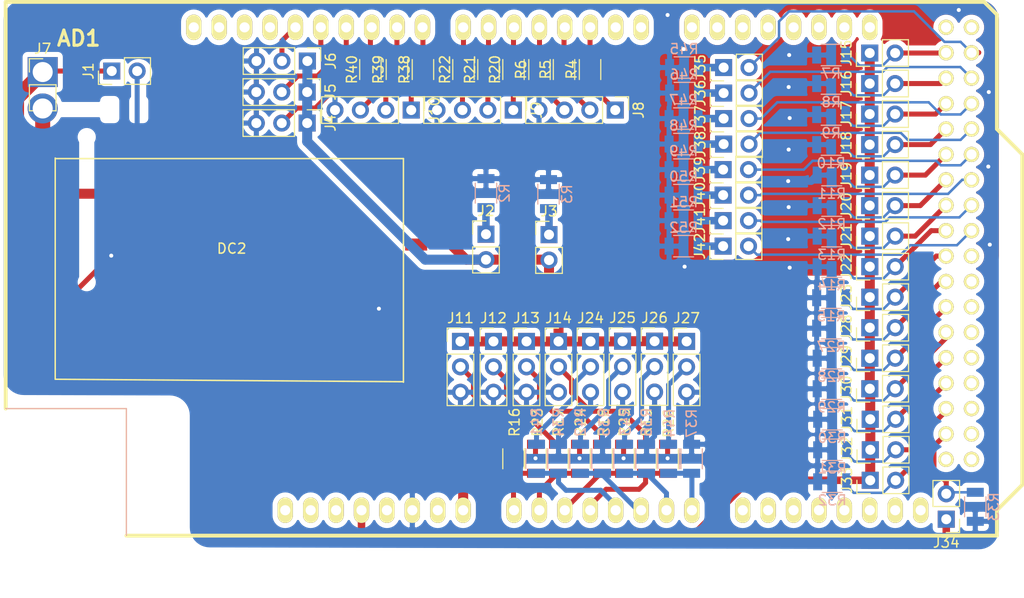
<source format=kicad_pcb>
(kicad_pcb (version 20171130) (host pcbnew "(5.1.0-0)")
  (layers (0 F.Cu signal) (31 B.Cu signal) (34 B.Paste user) (35 F.Paste user) (36 B.SilkS user) (37 F.SilkS user) (38 B.Mask user) (39 F.Mask user) (44 Edge.Cuts user))
  (net 0 "")
  (net 1 DIG31)
  (net 2 DIG29)
  (net 3 DIG27)
  (net 4 DIG25)
  (net 5 DIG23)
  (net 6 DIG21)
  (net 7 DIG19)
  (net 8 DIG17)
  (net 9 DIG15)
  (net 10 DIG13)
  (net 11 DIG11)
  (net 12 DIG9)
  (net 13 DIG7)
  (net 14 DIG5)
  (net 15 DIG3)
  (net 16 DIG1)
  (net 17 PWM12)
  (net 18 PWM11)
  (net 19 PWM10)
  (net 20 PWM9)
  (net 21 PWM8)
  (net 22 PWM7)
  (net 23 PWM6)
  (net 24 PWM5)
  (net 25 PWM4)
  (net 26 PWM3)
  (net 27 PWM2)
  (net 28 PWM1)
  (net 29 3.3V)
  (net 30 GND)
  (net 31 12V)
  (net 32 A2)
  (net 33 A1)
  (net 34 A0)
  (net 35 A3)
  (net 36 A4)
  (net 37 A5)
  (net 38 A6)
  (net 39 A7)
  (net 40 "Batt(-)")
  (net 41 5V)
  (net 42 "LED1(+)")
  (net 43 "LED2(+)")
  (net 44 "LED4(+)")
  (net 45 "LED3(+)")
  (net 46 "LED7(+)")
  (net 47 "LED8(+)")
  (net 48 "LED6(+)")
  (net 49 "LED5(+)")
  (net 50 PWR_BTN1)
  (net 51 "Net-(J2-Pad1)")
  (net 52 "Net-(J3-Pad1)")
  (net 53 R1)
  (net 54 G1)
  (net 55 B1)
  (net 56 ANG0)
  (net 57 ANG1)
  (net 58 ANG2)
  (net 59 ANG3)
  (net 60 R2)
  (net 61 G2)
  (net 62 B2)
  (net 63 ANG4)
  (net 64 ANG5)
  (net 65 ANG6)
  (net 66 ANG7)
  (net 67 R3)
  (net 68 G3)
  (net 69 B3)
  (net 70 "Net-(J35-Pad1)")
  (net 71 "Net-(J36-Pad1)")
  (net 72 "Net-(J37-Pad1)")
  (net 73 "Net-(J38-Pad1)")
  (net 74 "Net-(J39-Pad1)")
  (net 75 "Net-(J40-Pad1)")
  (net 76 "Net-(J41-Pad1)")
  (net 77 "Net-(J42-Pad1)")
  (module TR_Library:445-2487-ND (layer F.Cu) (at 91.25 93.8)
    (fp_text reference DC2 (at 17.784 -1.06) (layer F.SilkS))
    (fp_text value CC6-1205SR-E)
    (pad 6 smd rect (at 36.222 -1.46) (size 2.2 1.2) (layers F.Cu F.Paste F.Mask))
    (pad 5 smd rect (at 36.222 3.62) (size 2.2 1.2) (layers F.Cu F.Paste F.Mask) (net 30 GND))
    (pad 4 smd rect (at 36.222 8.7) (size 2.2 1.2) (layers F.Cu F.Paste F.Mask))
    (pad 7 smd rect (at 36.222 -6.54) (size 2.2 1.2) (layers F.Cu F.Paste F.Mask) (net 41 5V))
    (pad 3 smd rect (at -1.116 8.7) (size 2.2 1.2) (layers F.Cu F.Paste F.Mask) (net 40 "Batt(-)"))
    (pad 2 smd rect (at -1.116 3.62) (size 2.2 1.2) (layers F.Cu F.Paste F.Mask) (net 50 PWR_BTN1))
    (pad 1 smd rect (at -1.116 -6.54) (size 2.2 1.2) (layers F.Cu F.Paste F.Mask) (net 31 12V))
  )
  (module TR_Library:ARDUINO_DUE_SHIELD_V2 (layer F.Cu) (at 86.45 127.432001)
    (fp_text reference AD1 (at 7.3 -55.7) (layer F.SilkS) (effects (font (size 1.524 1.524) (thickness 0.3048))))
    (fp_text value ArduinoDue hide)
    (pad 14 thru_hole oval (at 68.58 -56.8 90) (size 2.54 1.524) (drill 1.016) (layers *.Cu *.Mask F.SilkS))
    (pad 15 thru_hole oval (at 71.12 -56.8 90) (size 2.54 1.524) (drill 1.016) (layers *.Cu *.Mask F.SilkS))
    (pad 16 thru_hole oval (at 73.66 -56.8 90) (size 2.54 1.524) (drill 1.016) (layers *.Cu *.Mask F.SilkS))
    (pad 17 thru_hole oval (at 76.2 -56.8 90) (size 2.54 1.524) (drill 1.016) (layers *.Cu *.Mask F.SilkS))
    (pad 18 thru_hole oval (at 78.74 -56.8 90) (size 2.54 1.524) (drill 1.016) (layers *.Cu *.Mask F.SilkS))
    (pad 19 thru_hole oval (at 81.28 -56.8 90) (size 2.54 1.524) (drill 1.016) (layers *.Cu *.Mask F.SilkS))
    (pad 20 thru_hole oval (at 83.82 -56.8 90) (size 2.54 1.524) (drill 1.016) (layers *.Cu *.Mask F.SilkS))
    (pad 21 thru_hole oval (at 86.36 -56.8 90) (size 2.54 1.524) (drill 1.016) (layers *.Cu *.Mask F.SilkS))
    (pad C_TX thru_hole oval (at 91.44 -8.54 90) (size 2.54 1.524) (drill 1.016) (layers *.Cu *.Mask F.SilkS))
    (pad C_RX thru_hole oval (at 88.9 -8.54 90) (size 2.54 1.524) (drill 1.016) (layers *.Cu *.Mask F.SilkS))
    (pad DAC1 thru_hole oval (at 86.36 -8.54 90) (size 2.54 1.524) (drill 1.016) (layers *.Cu *.Mask F.SilkS))
    (pad DAC0 thru_hole oval (at 83.82 -8.54 90) (size 2.54 1.524) (drill 1.016) (layers *.Cu *.Mask F.SilkS))
    (pad AD8 thru_hole oval (at 73.66 -8.54 90) (size 2.54 1.524) (drill 1.016) (layers *.Cu *.Mask F.SilkS))
    (pad AD7 thru_hole oval (at 68.58 -8.54 90) (size 2.54 1.524) (drill 1.016) (layers *.Cu *.Mask F.SilkS) (net 39 A7))
    (pad AD6 thru_hole oval (at 66.04 -8.54 90) (size 2.54 1.524) (drill 1.016) (layers *.Cu *.Mask F.SilkS) (net 38 A6))
    (pad AD9 thru_hole oval (at 76.2 -8.54 90) (size 2.54 1.524) (drill 1.016) (layers *.Cu *.Mask F.SilkS))
    (pad AD10 thru_hole oval (at 78.74 -8.54 90) (size 2.54 1.524) (drill 1.016) (layers *.Cu *.Mask F.SilkS))
    (pad AD11 thru_hole oval (at 81.28 -8.54 90) (size 2.54 1.524) (drill 1.016) (layers *.Cu *.Mask F.SilkS))
    (pad AD5 thru_hole oval (at 63.5 -8.54 90) (size 2.54 1.524) (drill 1.016) (layers *.Cu *.Mask F.SilkS) (net 37 A5))
    (pad AD4 thru_hole oval (at 60.96 -8.54 90) (size 2.54 1.524) (drill 1.016) (layers *.Cu *.Mask F.SilkS) (net 36 A4))
    (pad AD3 thru_hole oval (at 58.42 -8.54 90) (size 2.54 1.524) (drill 1.016) (layers *.Cu *.Mask F.SilkS) (net 35 A3))
    (pad AD0 thru_hole oval (at 50.8 -8.54 90) (size 2.54 1.524) (drill 1.016) (layers *.Cu *.Mask F.SilkS) (net 34 A0))
    (pad AD1 thru_hole oval (at 53.34 -8.54 90) (size 2.54 1.524) (drill 1.016) (layers *.Cu *.Mask F.SilkS) (net 33 A1))
    (pad AD2 thru_hole oval (at 55.88 -8.54 90) (size 2.54 1.524) (drill 1.016) (layers *.Cu *.Mask F.SilkS) (net 32 A2))
    (pad V_IN thru_hole oval (at 45.72 -8.54 90) (size 2.54 1.524) (drill 1.016) (layers *.Cu *.Mask F.SilkS) (net 31 12V))
    (pad GND2 thru_hole oval (at 43.18 -8.54 90) (size 2.54 1.524) (drill 1.016) (layers *.Cu *.Mask F.SilkS))
    (pad GND1 thru_hole oval (at 40.64 -8.54 90) (size 2.54 1.524) (drill 1.016) (layers *.Cu *.Mask F.SilkS) (net 30 GND))
    (pad 3V3 thru_hole oval (at 35.56 -8.54 90) (size 2.54 1.524) (drill 1.016) (layers *.Cu *.Mask F.SilkS) (net 29 3.3V))
    (pad RST thru_hole oval (at 33.02 -8.54 90) (size 2.54 1.524) (drill 1.016) (layers *.Cu *.Mask F.SilkS))
    (pad 0 thru_hole oval (at 63.5 -56.8 90) (size 2.54 1.524) (drill 1.016) (layers *.Cu *.Mask F.SilkS))
    (pad 1 thru_hole oval (at 60.96 -56.8 90) (size 2.54 1.524) (drill 1.016) (layers *.Cu *.Mask F.SilkS))
    (pad 2 thru_hole oval (at 58.42 -56.8 90) (size 2.54 1.524) (drill 1.016) (layers *.Cu *.Mask F.SilkS) (net 28 PWM1))
    (pad 3 thru_hole oval (at 55.88 -56.8 90) (size 2.54 1.524) (drill 1.016) (layers *.Cu *.Mask F.SilkS) (net 27 PWM2))
    (pad 4 thru_hole oval (at 53.34 -56.8 90) (size 2.54 1.524) (drill 1.016) (layers *.Cu *.Mask F.SilkS) (net 26 PWM3))
    (pad 5 thru_hole oval (at 50.8 -56.8 90) (size 2.54 1.524) (drill 1.016) (layers *.Cu *.Mask F.SilkS) (net 25 PWM4))
    (pad 6 thru_hole oval (at 48.26 -56.8 90) (size 2.54 1.524) (drill 1.016) (layers *.Cu *.Mask F.SilkS) (net 24 PWM5))
    (pad 7 thru_hole oval (at 45.72 -56.8 90) (size 2.54 1.524) (drill 1.016) (layers *.Cu *.Mask F.SilkS) (net 23 PWM6))
    (pad 8 thru_hole oval (at 41.656 -56.8 90) (size 2.54 1.524) (drill 1.016) (layers *.Cu *.Mask F.SilkS) (net 22 PWM7))
    (pad 9 thru_hole oval (at 39.116 -56.8 90) (size 2.54 1.524) (drill 1.016) (layers *.Cu *.Mask F.SilkS) (net 21 PWM8))
    (pad 10 thru_hole oval (at 36.576 -56.8 90) (size 2.54 1.524) (drill 1.016) (layers *.Cu *.Mask F.SilkS) (net 20 PWM9))
    (pad 11 thru_hole oval (at 34.036 -56.8 90) (size 2.54 1.524) (drill 1.016) (layers *.Cu *.Mask F.SilkS) (net 19 PWM10))
    (pad 12 thru_hole oval (at 31.496 -56.8 90) (size 2.54 1.524) (drill 1.016) (layers *.Cu *.Mask F.SilkS) (net 18 PWM11))
    (pad 13 thru_hole oval (at 28.956 -56.8 90) (size 2.54 1.524) (drill 1.016) (layers *.Cu *.Mask F.SilkS) (net 17 PWM12))
    (pad GND3 thru_hole oval (at 26.416 -56.8 90) (size 2.54 1.524) (drill 1.016) (layers *.Cu *.Mask F.SilkS))
    (pad AREF thru_hole oval (at 23.876 -56.8 90) (size 2.54 1.524) (drill 1.016) (layers *.Cu *.Mask F.SilkS))
    (pad 5V thru_hole oval (at 38.1 -8.54 90) (size 2.54 1.524) (drill 1.016) (layers *.Cu *.Mask F.SilkS))
    (pad 22 thru_hole circle (at 93.98 -54.26) (size 1.524 1.524) (drill 1.016) (layers *.Cu *.Mask F.SilkS) (net 16 DIG1))
    (pad 23 thru_hole circle (at 96.52 -54.26) (size 1.524 1.524) (drill 1.016) (layers *.Cu *.Mask F.SilkS) (net 42 "LED1(+)"))
    (pad 24 thru_hole circle (at 93.98 -51.72) (size 1.524 1.524) (drill 1.016) (layers *.Cu *.Mask F.SilkS) (net 15 DIG3))
    (pad 25 thru_hole circle (at 96.52 -51.72) (size 1.524 1.524) (drill 1.016) (layers *.Cu *.Mask F.SilkS) (net 43 "LED2(+)"))
    (pad 26 thru_hole circle (at 93.98 -49.18) (size 1.524 1.524) (drill 1.016) (layers *.Cu *.Mask F.SilkS) (net 14 DIG5))
    (pad 27 thru_hole circle (at 96.52 -49.18) (size 1.524 1.524) (drill 1.016) (layers *.Cu *.Mask F.SilkS) (net 45 "LED3(+)"))
    (pad 28 thru_hole circle (at 93.98 -46.64) (size 1.524 1.524) (drill 1.016) (layers *.Cu *.Mask F.SilkS) (net 13 DIG7))
    (pad 29 thru_hole circle (at 96.52 -46.64) (size 1.524 1.524) (drill 1.016) (layers *.Cu *.Mask F.SilkS) (net 44 "LED4(+)"))
    (pad 5V_4 thru_hole circle (at 93.98 -56.8) (size 1.524 1.524) (drill 1.016) (layers *.Cu *.Mask F.SilkS))
    (pad 5V_5 thru_hole circle (at 96.52 -56.8) (size 1.524 1.524) (drill 1.016) (layers *.Cu *.Mask F.SilkS))
    (pad 31 thru_hole circle (at 96.52 -44.1) (size 1.524 1.524) (drill 1.016) (layers *.Cu *.Mask F.SilkS) (net 49 "LED5(+)"))
    (pad 30 thru_hole circle (at 93.98 -44.1) (size 1.524 1.524) (drill 1.016) (layers *.Cu *.Mask F.SilkS) (net 12 DIG9))
    (pad 32 thru_hole circle (at 93.98 -41.56) (size 1.524 1.524) (drill 1.016) (layers *.Cu *.Mask F.SilkS) (net 11 DIG11))
    (pad 33 thru_hole circle (at 96.52 -41.56) (size 1.524 1.524) (drill 1.016) (layers *.Cu *.Mask F.SilkS) (net 48 "LED6(+)"))
    (pad 34 thru_hole circle (at 93.98 -39.02) (size 1.524 1.524) (drill 1.016) (layers *.Cu *.Mask F.SilkS) (net 10 DIG13))
    (pad 35 thru_hole circle (at 96.52 -39.02) (size 1.524 1.524) (drill 1.016) (layers *.Cu *.Mask F.SilkS) (net 46 "LED7(+)"))
    (pad 36 thru_hole circle (at 93.98 -36.48) (size 1.524 1.524) (drill 1.016) (layers *.Cu *.Mask F.SilkS) (net 9 DIG15))
    (pad 37 thru_hole circle (at 96.52 -36.48) (size 1.524 1.524) (drill 1.016) (layers *.Cu *.Mask F.SilkS) (net 47 "LED8(+)"))
    (pad 38 thru_hole circle (at 93.98 -33.94) (size 1.524 1.524) (drill 1.016) (layers *.Cu *.Mask F.SilkS) (net 8 DIG17))
    (pad 39 thru_hole circle (at 96.52 -33.94) (size 1.524 1.524) (drill 1.016) (layers *.Cu *.Mask F.SilkS))
    (pad 40 thru_hole circle (at 93.98 -31.4) (size 1.524 1.524) (drill 1.016) (layers *.Cu *.Mask F.SilkS) (net 7 DIG19))
    (pad 41 thru_hole circle (at 96.52 -31.4) (size 1.524 1.524) (drill 1.016) (layers *.Cu *.Mask F.SilkS))
    (pad 42 thru_hole circle (at 93.98 -28.86) (size 1.524 1.524) (drill 1.016) (layers *.Cu *.Mask F.SilkS) (net 6 DIG21))
    (pad 43 thru_hole circle (at 96.52 -28.86) (size 1.524 1.524) (drill 1.016) (layers *.Cu *.Mask F.SilkS))
    (pad 44 thru_hole circle (at 93.98 -26.32) (size 1.524 1.524) (drill 1.016) (layers *.Cu *.Mask F.SilkS) (net 5 DIG23))
    (pad 45 thru_hole circle (at 96.52 -26.32) (size 1.524 1.524) (drill 1.016) (layers *.Cu *.Mask F.SilkS))
    (pad 46 thru_hole circle (at 93.98 -23.78) (size 1.524 1.524) (drill 1.016) (layers *.Cu *.Mask F.SilkS) (net 4 DIG25))
    (pad 47 thru_hole circle (at 96.52 -23.78) (size 1.524 1.524) (drill 1.016) (layers *.Cu *.Mask F.SilkS))
    (pad 48 thru_hole circle (at 93.98 -21.24) (size 1.524 1.524) (drill 1.016) (layers *.Cu *.Mask F.SilkS) (net 3 DIG27))
    (pad 49 thru_hole circle (at 96.52 -21.24) (size 1.524 1.524) (drill 1.016) (layers *.Cu *.Mask F.SilkS))
    (pad 50 thru_hole circle (at 93.98 -18.7) (size 1.524 1.524) (drill 1.016) (layers *.Cu *.Mask F.SilkS) (net 2 DIG29))
    (pad 51 thru_hole circle (at 96.52 -18.7) (size 1.524 1.524) (drill 1.016) (layers *.Cu *.Mask F.SilkS))
    (pad 52 thru_hole circle (at 93.98 -16.16) (size 1.524 1.524) (drill 1.016) (layers *.Cu *.Mask F.SilkS) (net 1 DIG31))
    (pad 53 thru_hole circle (at 96.52 -16.16) (size 1.524 1.524) (drill 1.016) (layers *.Cu *.Mask F.SilkS))
    (pad GND4 thru_hole circle (at 93.98 -13.62) (size 1.524 1.524) (drill 1.016) (layers *.Cu *.Mask F.SilkS))
    (pad GND5 thru_hole circle (at 96.52 -13.62) (size 1.524 1.524) (drill 1.016) (layers *.Cu *.Mask F.SilkS))
    (pad IO_R thru_hole oval (at 30.48 -8.54 90) (size 2.54 1.524) (drill 1.016) (layers *.Cu *.Mask F.SilkS))
    (pad NC thru_hole oval (at 27.94 -8.54 90) (size 2.54 1.524) (drill 1.016) (layers *.Cu *.Mask F.SilkS))
    (pad SDA1 thru_hole oval (at 21.336 -56.8 90) (size 2.54 1.524) (drill 1.016) (layers *.Cu *.Mask F.SilkS))
    (pad SCL1 thru_hole oval (at 18.796 -56.8 90) (size 2.54 1.524) (drill 1.016) (layers *.Cu *.Mask F.SilkS))
    (pad 21 thru_hole oval (at 86.36 -56.8 90) (size 2.54 1.524) (drill 1.016) (layers *.Cu *.Mask F.SilkS))
  )
  (module Pin_Headers:Pin_Header_Straight_1x02_Pitch2.54mm (layer F.Cu) (at 97.05 75 90)
    (fp_text reference J1 (at 0 -2.33 90) (layer F.SilkS))
    (fp_text value "PWR BTN")
    (pad 2 thru_hole oval (at 0 2.54 90) (size 1.7 1.7) (drill 1) (layers *.Cu *.Mask) (net 50 PWR_BTN1))
    (pad 1 thru_hole rect (at 0 0 90) (size 1.7 1.7) (drill 1) (layers *.Cu *.Mask) (net 40 "Batt(-)"))
  )
  (module Pin_Headers:Pin_Header_Straight_1x02_Pitch2.54mm (layer F.Cu) (at 134.45 91.31)
    (fp_text reference J2 (at 0 -2.33) (layer F.SilkS))
    (fp_text value PWR_LED)
    (pad 2 thru_hole oval (at 0 2.54) (size 1.7 1.7) (drill 1) (layers *.Cu *.Mask) (net 41 5V))
    (pad 1 thru_hole rect (at 0 0) (size 1.7 1.7) (drill 1) (layers *.Cu *.Mask) (net 51 "Net-(J2-Pad1)"))
  )
  (module Pin_Headers:Pin_Header_Straight_1x02_Pitch2.54mm (layer F.Cu) (at 140.75 91.35)
    (fp_text reference J3 (at 0 -2.33) (layer F.SilkS))
    (fp_text value PTT_LED)
    (pad 2 thru_hole oval (at 0 2.54) (size 1.7 1.7) (drill 1) (layers *.Cu *.Mask) (net 41 5V))
    (pad 1 thru_hole rect (at 0 0) (size 1.7 1.7) (drill 1) (layers *.Cu *.Mask) (net 52 "Net-(J3-Pad1)"))
  )
  (module Pin_Headers:Pin_Header_Straight_1x03_Pitch2.54mm (layer F.Cu) (at 116.58 80.2 270)
    (fp_text reference J4 (at 0 -2.33 270) (layer F.SilkS))
    (fp_text value Servo1)
    (pad 3 thru_hole oval (at 0 5.08 270) (size 1.7 1.7) (drill 1) (layers *.Cu *.Mask) (net 30 GND))
    (pad 2 thru_hole oval (at 0 2.54 270) (size 1.7 1.7) (drill 1) (layers *.Cu *.Mask) (net 19 PWM10))
    (pad 1 thru_hole rect (at 0 0 270) (size 1.7 1.7) (drill 1) (layers *.Cu *.Mask) (net 41 5V))
  )
  (module Pin_Headers:Pin_Header_Straight_1x03_Pitch2.54mm (layer F.Cu) (at 116.58 77.1 270)
    (fp_text reference J5 (at 0 -2.33 270) (layer F.SilkS))
    (fp_text value Servo2)
    (pad 1 thru_hole rect (at 0 0 270) (size 1.7 1.7) (drill 1) (layers *.Cu *.Mask) (net 41 5V))
    (pad 2 thru_hole oval (at 0 2.54 270) (size 1.7 1.7) (drill 1) (layers *.Cu *.Mask) (net 18 PWM11))
    (pad 3 thru_hole oval (at 0 5.08 270) (size 1.7 1.7) (drill 1) (layers *.Cu *.Mask) (net 30 GND))
  )
  (module Pin_Headers:Pin_Header_Straight_1x03_Pitch2.54mm (layer F.Cu) (at 116.6 74 270)
    (fp_text reference J6 (at 0 -2.33 270) (layer F.SilkS))
    (fp_text value Servo3)
    (pad 3 thru_hole oval (at 0 5.08 270) (size 1.7 1.7) (drill 1) (layers *.Cu *.Mask) (net 30 GND))
    (pad 2 thru_hole oval (at 0 2.54 270) (size 1.7 1.7) (drill 1) (layers *.Cu *.Mask) (net 17 PWM12))
    (pad 1 thru_hole rect (at 0 0 270) (size 1.7 1.7) (drill 1) (layers *.Cu *.Mask) (net 41 5V))
  )
  (module Pin_Headers:Pin_Header_Straight_1x02_Pitch2.54mm (layer F.Cu) (at 90.15 75.1)
    (fp_text reference J7 (at 0 -2.33) (layer F.SilkS))
    (fp_text value "BATT CONN")
    (pad 2 thru_hole circle (at 0 3.64) (size 3 3) (drill 2) (layers *.Cu *.Mask) (net 31 12V))
    (pad 1 thru_hole rect (at 0 0) (size 3 3) (drill 2) (layers *.Cu *.Mask) (net 40 "Batt(-)"))
  )
  (module Pin_Headers:Pin_Header_Straight_1x04_Pitch2.54mm (layer F.Cu) (at 147.37 78.9 270)
    (fp_text reference J8 (at 0 -2.33 270) (layer F.SilkS))
    (fp_text value RGB_LED1)
    (pad 4 thru_hole oval (at 0 7.62 270) (size 1.7 1.7) (drill 1) (layers *.Cu *.Mask) (net 30 GND))
    (pad 3 thru_hole oval (at 0 5.08 270) (size 1.7 1.7) (drill 1) (layers *.Cu *.Mask) (net 55 B1))
    (pad 2 thru_hole oval (at 0 2.54 270) (size 1.7 1.7) (drill 1) (layers *.Cu *.Mask) (net 54 G1))
    (pad 1 thru_hole rect (at 0 0 270) (size 1.7 1.7) (drill 1) (layers *.Cu *.Mask) (net 53 R1))
  )
  (module Pin_Headers:Pin_Header_Straight_1x04_Pitch2.54mm (layer F.Cu) (at 137.18 78.9 270)
    (fp_text reference J9 (at 0 -2.33 270) (layer F.SilkS))
    (fp_text value RGB_LED2)
    (pad 1 thru_hole rect (at 0 0 270) (size 1.7 1.7) (drill 1) (layers *.Cu *.Mask) (net 60 R2))
    (pad 2 thru_hole oval (at 0 2.54 270) (size 1.7 1.7) (drill 1) (layers *.Cu *.Mask) (net 61 G2))
    (pad 3 thru_hole oval (at 0 5.08 270) (size 1.7 1.7) (drill 1) (layers *.Cu *.Mask) (net 62 B2))
    (pad 4 thru_hole oval (at 0 7.62 270) (size 1.7 1.7) (drill 1) (layers *.Cu *.Mask) (net 30 GND))
  )
  (module Pin_Headers:Pin_Header_Straight_1x04_Pitch2.54mm (layer F.Cu) (at 126.98 78.9 270)
    (fp_text reference J10 (at 0 -2.33 270) (layer F.SilkS))
    (fp_text value RGB_LED3)
    (pad 4 thru_hole oval (at 0 7.62 270) (size 1.7 1.7) (drill 1) (layers *.Cu *.Mask) (net 30 GND))
    (pad 3 thru_hole oval (at 0 5.08 270) (size 1.7 1.7) (drill 1) (layers *.Cu *.Mask) (net 69 B3))
    (pad 2 thru_hole oval (at 0 2.54 270) (size 1.7 1.7) (drill 1) (layers *.Cu *.Mask) (net 68 G3))
    (pad 1 thru_hole rect (at 0 0 270) (size 1.7 1.7) (drill 1) (layers *.Cu *.Mask) (net 67 R3))
  )
  (module Pin_Headers:Pin_Header_Straight_1x03_Pitch2.54mm (layer F.Cu) (at 131.9 102.02)
    (fp_text reference J11 (at 0 -2.33) (layer F.SilkS))
    (fp_text value Sen1)
    (pad 3 thru_hole oval (at 0 5.08) (size 1.7 1.7) (drill 1) (layers *.Cu *.Mask) (net 30 GND))
    (pad 2 thru_hole oval (at 0 2.54) (size 1.7 1.7) (drill 1) (layers *.Cu *.Mask) (net 56 ANG0))
    (pad 1 thru_hole rect (at 0 0) (size 1.7 1.7) (drill 1) (layers *.Cu *.Mask) (net 41 5V))
  )
  (module Pin_Headers:Pin_Header_Straight_1x03_Pitch2.54mm (layer F.Cu) (at 135.2 102.02)
    (fp_text reference J12 (at 0 -2.33) (layer F.SilkS))
    (fp_text value Sen2)
    (pad 1 thru_hole rect (at 0 0) (size 1.7 1.7) (drill 1) (layers *.Cu *.Mask) (net 41 5V))
    (pad 2 thru_hole oval (at 0 2.54) (size 1.7 1.7) (drill 1) (layers *.Cu *.Mask) (net 57 ANG1))
    (pad 3 thru_hole oval (at 0 5.08) (size 1.7 1.7) (drill 1) (layers *.Cu *.Mask) (net 30 GND))
  )
  (module Pin_Headers:Pin_Header_Straight_1x03_Pitch2.54mm (layer F.Cu) (at 138.5 102.02)
    (fp_text reference J13 (at 0 -2.33) (layer F.SilkS))
    (fp_text value Sen3)
    (pad 3 thru_hole oval (at 0 5.08) (size 1.7 1.7) (drill 1) (layers *.Cu *.Mask) (net 30 GND))
    (pad 2 thru_hole oval (at 0 2.54) (size 1.7 1.7) (drill 1) (layers *.Cu *.Mask) (net 58 ANG2))
    (pad 1 thru_hole rect (at 0 0) (size 1.7 1.7) (drill 1) (layers *.Cu *.Mask) (net 41 5V))
  )
  (module Pin_Headers:Pin_Header_Straight_1x03_Pitch2.54mm (layer F.Cu) (at 141.7 102.02)
    (fp_text reference J14 (at 0 -2.33) (layer F.SilkS))
    (fp_text value Sen4)
    (pad 1 thru_hole rect (at 0 0) (size 1.7 1.7) (drill 1) (layers *.Cu *.Mask) (net 41 5V))
    (pad 2 thru_hole oval (at 0 2.54) (size 1.7 1.7) (drill 1) (layers *.Cu *.Mask) (net 59 ANG3))
    (pad 3 thru_hole oval (at 0 5.08) (size 1.7 1.7) (drill 1) (layers *.Cu *.Mask) (net 30 GND))
  )
  (module Pin_Headers:Pin_Header_Straight_1x02_Pitch2.54mm (layer F.Cu) (at 172.8 73.2 90)
    (fp_text reference J15 (at 0 -2.33 90) (layer F.SilkS))
    (fp_text value BTN1)
    (pad 2 thru_hole oval (at 0 2.54 90) (size 1.7 1.7) (drill 1) (layers *.Cu *.Mask) (net 16 DIG1))
    (pad 1 thru_hole rect (at 0 0 90) (size 1.7 1.7) (drill 1) (layers *.Cu *.Mask) (net 29 3.3V))
  )
  (module Pin_Headers:Pin_Header_Straight_1x02_Pitch2.54mm (layer F.Cu) (at 172.8 76.25 90)
    (fp_text reference J16 (at 0 -2.33 90) (layer F.SilkS))
    (fp_text value BTN2)
    (pad 2 thru_hole oval (at 0 2.54 90) (size 1.7 1.7) (drill 1) (layers *.Cu *.Mask) (net 15 DIG3))
    (pad 1 thru_hole rect (at 0 0 90) (size 1.7 1.7) (drill 1) (layers *.Cu *.Mask) (net 29 3.3V))
  )
  (module Pin_Headers:Pin_Header_Straight_1x02_Pitch2.54mm (layer F.Cu) (at 172.8 79.3 90)
    (fp_text reference J17 (at 0 -2.33 90) (layer F.SilkS))
    (fp_text value BTN3)
    (pad 2 thru_hole oval (at 0 2.54 90) (size 1.7 1.7) (drill 1) (layers *.Cu *.Mask) (net 14 DIG5))
    (pad 1 thru_hole rect (at 0 0 90) (size 1.7 1.7) (drill 1) (layers *.Cu *.Mask) (net 29 3.3V))
  )
  (module Pin_Headers:Pin_Header_Straight_1x02_Pitch2.54mm (layer F.Cu) (at 172.8 82.35 90)
    (fp_text reference J18 (at 0 -2.33 90) (layer F.SilkS))
    (fp_text value BTN4)
    (pad 1 thru_hole rect (at 0 0 90) (size 1.7 1.7) (drill 1) (layers *.Cu *.Mask) (net 29 3.3V))
    (pad 2 thru_hole oval (at 0 2.54 90) (size 1.7 1.7) (drill 1) (layers *.Cu *.Mask) (net 13 DIG7))
  )
  (module Pin_Headers:Pin_Header_Straight_1x02_Pitch2.54mm (layer F.Cu) (at 172.8 85.4 90)
    (fp_text reference J19 (at 0 -2.33 90) (layer F.SilkS))
    (fp_text value BTN5)
    (pad 1 thru_hole rect (at 0 0 90) (size 1.7 1.7) (drill 1) (layers *.Cu *.Mask) (net 29 3.3V))
    (pad 2 thru_hole oval (at 0 2.54 90) (size 1.7 1.7) (drill 1) (layers *.Cu *.Mask) (net 12 DIG9))
  )
  (module Pin_Headers:Pin_Header_Straight_1x02_Pitch2.54mm (layer F.Cu) (at 172.8 88.45 90)
    (fp_text reference J20 (at 0 -2.33 90) (layer F.SilkS))
    (fp_text value BTN6)
    (pad 2 thru_hole oval (at 0 2.54 90) (size 1.7 1.7) (drill 1) (layers *.Cu *.Mask) (net 11 DIG11))
    (pad 1 thru_hole rect (at 0 0 90) (size 1.7 1.7) (drill 1) (layers *.Cu *.Mask) (net 29 3.3V))
  )
  (module Pin_Headers:Pin_Header_Straight_1x02_Pitch2.54mm (layer F.Cu) (at 172.81 91.5 90)
    (fp_text reference J21 (at 0 -2.33 90) (layer F.SilkS))
    (fp_text value BTN7)
    (pad 2 thru_hole oval (at 0 2.54 90) (size 1.7 1.7) (drill 1) (layers *.Cu *.Mask) (net 10 DIG13))
    (pad 1 thru_hole rect (at 0 0 90) (size 1.7 1.7) (drill 1) (layers *.Cu *.Mask) (net 29 3.3V))
  )
  (module Pin_Headers:Pin_Header_Straight_1x02_Pitch2.54mm (layer F.Cu) (at 172.81 94.55 90)
    (fp_text reference J22 (at 0 -2.33 90) (layer F.SilkS))
    (fp_text value BTN8)
    (pad 2 thru_hole oval (at 0 2.54 90) (size 1.7 1.7) (drill 1) (layers *.Cu *.Mask) (net 9 DIG15))
    (pad 1 thru_hole rect (at 0 0 90) (size 1.7 1.7) (drill 1) (layers *.Cu *.Mask) (net 29 3.3V))
  )
  (module Pin_Headers:Pin_Header_Straight_1x02_Pitch2.54mm (layer F.Cu) (at 172.81 97.6 90)
    (fp_text reference J23 (at 0 -2.33 90) (layer F.SilkS))
    (fp_text value BTN9)
    (pad 2 thru_hole oval (at 0 2.54 90) (size 1.7 1.7) (drill 1) (layers *.Cu *.Mask) (net 8 DIG17))
    (pad 1 thru_hole rect (at 0 0 90) (size 1.7 1.7) (drill 1) (layers *.Cu *.Mask) (net 29 3.3V))
  )
  (module Pin_Headers:Pin_Header_Straight_1x03_Pitch2.54mm (layer F.Cu) (at 144.9 102.02)
    (fp_text reference J24 (at 0 -2.33) (layer F.SilkS))
    (fp_text value Sen5)
    (pad 3 thru_hole oval (at 0 5.08) (size 1.7 1.7) (drill 1) (layers *.Cu *.Mask) (net 30 GND))
    (pad 2 thru_hole oval (at 0 2.54) (size 1.7 1.7) (drill 1) (layers *.Cu *.Mask) (net 63 ANG4))
    (pad 1 thru_hole rect (at 0 0) (size 1.7 1.7) (drill 1) (layers *.Cu *.Mask) (net 41 5V))
  )
  (module Pin_Headers:Pin_Header_Straight_1x03_Pitch2.54mm (layer F.Cu) (at 148.1 102)
    (fp_text reference J25 (at 0 -2.33) (layer F.SilkS))
    (fp_text value Sen6)
    (pad 1 thru_hole rect (at 0 0) (size 1.7 1.7) (drill 1) (layers *.Cu *.Mask) (net 41 5V))
    (pad 2 thru_hole oval (at 0 2.54) (size 1.7 1.7) (drill 1) (layers *.Cu *.Mask) (net 64 ANG5))
    (pad 3 thru_hole oval (at 0 5.08) (size 1.7 1.7) (drill 1) (layers *.Cu *.Mask) (net 30 GND))
  )
  (module Pin_Headers:Pin_Header_Straight_1x03_Pitch2.54mm (layer F.Cu) (at 151.3 102)
    (fp_text reference J26 (at 0 -2.33) (layer F.SilkS))
    (fp_text value Sen7)
    (pad 3 thru_hole oval (at 0 5.08) (size 1.7 1.7) (drill 1) (layers *.Cu *.Mask) (net 30 GND))
    (pad 2 thru_hole oval (at 0 2.54) (size 1.7 1.7) (drill 1) (layers *.Cu *.Mask) (net 65 ANG6))
    (pad 1 thru_hole rect (at 0 0) (size 1.7 1.7) (drill 1) (layers *.Cu *.Mask) (net 41 5V))
  )
  (module Pin_Headers:Pin_Header_Straight_1x03_Pitch2.54mm (layer F.Cu) (at 154.5 102.02)
    (fp_text reference J27 (at 0 -2.33) (layer F.SilkS))
    (fp_text value Sen8)
    (pad 1 thru_hole rect (at 0 0) (size 1.7 1.7) (drill 1) (layers *.Cu *.Mask) (net 41 5V))
    (pad 2 thru_hole oval (at 0 2.54) (size 1.7 1.7) (drill 1) (layers *.Cu *.Mask) (net 66 ANG7))
    (pad 3 thru_hole oval (at 0 5.08) (size 1.7 1.7) (drill 1) (layers *.Cu *.Mask) (net 30 GND))
  )
  (module Pin_Headers:Pin_Header_Straight_1x02_Pitch2.54mm (layer F.Cu) (at 172.81 100.65 90)
    (fp_text reference J28 (at 0 -2.33 90) (layer F.SilkS))
    (fp_text value BTN10)
    (pad 2 thru_hole oval (at 0 2.54 90) (size 1.7 1.7) (drill 1) (layers *.Cu *.Mask) (net 7 DIG19))
    (pad 1 thru_hole rect (at 0 0 90) (size 1.7 1.7) (drill 1) (layers *.Cu *.Mask) (net 29 3.3V))
  )
  (module Pin_Headers:Pin_Header_Straight_1x02_Pitch2.54mm (layer F.Cu) (at 172.81 103.7 90)
    (fp_text reference J29 (at 0 -2.33 90) (layer F.SilkS))
    (fp_text value BTN11)
    (pad 1 thru_hole rect (at 0 0 90) (size 1.7 1.7) (drill 1) (layers *.Cu *.Mask) (net 29 3.3V))
    (pad 2 thru_hole oval (at 0 2.54 90) (size 1.7 1.7) (drill 1) (layers *.Cu *.Mask) (net 6 DIG21))
  )
  (module Pin_Headers:Pin_Header_Straight_1x02_Pitch2.54mm (layer F.Cu) (at 172.81 106.75 90)
    (fp_text reference J30 (at 0 -2.33 90) (layer F.SilkS))
    (fp_text value BTN12)
    (pad 1 thru_hole rect (at 0 0 90) (size 1.7 1.7) (drill 1) (layers *.Cu *.Mask) (net 29 3.3V))
    (pad 2 thru_hole oval (at 0 2.54 90) (size 1.7 1.7) (drill 1) (layers *.Cu *.Mask) (net 5 DIG23))
  )
  (module Pin_Headers:Pin_Header_Straight_1x02_Pitch2.54mm (layer F.Cu) (at 172.85 109.8 90)
    (fp_text reference J31 (at 0 -2.33 90) (layer F.SilkS))
    (fp_text value BTN13)
    (pad 1 thru_hole rect (at 0 0 90) (size 1.7 1.7) (drill 1) (layers *.Cu *.Mask) (net 29 3.3V))
    (pad 2 thru_hole oval (at 0 2.54 90) (size 1.7 1.7) (drill 1) (layers *.Cu *.Mask) (net 4 DIG25))
  )
  (module Pin_Headers:Pin_Header_Straight_1x02_Pitch2.54mm (layer F.Cu) (at 172.86 112.85 90)
    (fp_text reference J32 (at 0 -2.33 90) (layer F.SilkS))
    (fp_text value BTN14)
    (pad 1 thru_hole rect (at 0 0 90) (size 1.7 1.7) (drill 1) (layers *.Cu *.Mask) (net 29 3.3V))
    (pad 2 thru_hole oval (at 0 2.54 90) (size 1.7 1.7) (drill 1) (layers *.Cu *.Mask) (net 3 DIG27))
  )
  (module Pin_Headers:Pin_Header_Straight_1x02_Pitch2.54mm (layer F.Cu) (at 172.85 115.9 90)
    (fp_text reference J33 (at 0 -2.33 90) (layer F.SilkS))
    (fp_text value BTN15)
    (pad 1 thru_hole rect (at 0 0 90) (size 1.7 1.7) (drill 1) (layers *.Cu *.Mask) (net 29 3.3V))
    (pad 2 thru_hole oval (at 0 2.54 90) (size 1.7 1.7) (drill 1) (layers *.Cu *.Mask) (net 2 DIG29))
  )
  (module Pin_Headers:Pin_Header_Straight_1x02_Pitch2.54mm (layer F.Cu) (at 180.45 119.79 180)
    (fp_text reference J34 (at 0 -2.33 180) (layer F.SilkS))
    (fp_text value BTN16)
    (pad 2 thru_hole oval (at 0 2.54 180) (size 1.7 1.7) (drill 1) (layers *.Cu *.Mask) (net 1 DIG31))
    (pad 1 thru_hole rect (at 0 0 180) (size 1.7 1.7) (drill 1) (layers *.Cu *.Mask) (net 29 3.3V))
  )
  (module Pin_Headers:Pin_Header_Straight_1x02_Pitch2.54mm (layer F.Cu) (at 158.2 74.65 90)
    (fp_text reference J35 (at 0 -2.33 90) (layer F.SilkS))
    (fp_text value LED1)
    (pad 2 thru_hole oval (at 0 2.54 90) (size 1.7 1.7) (drill 1) (layers *.Cu *.Mask) (net 42 "LED1(+)"))
    (pad 1 thru_hole rect (at 0 0 90) (size 1.7 1.7) (drill 1) (layers *.Cu *.Mask) (net 70 "Net-(J35-Pad1)"))
  )
  (module Pin_Headers:Pin_Header_Straight_1x02_Pitch2.54mm (layer F.Cu) (at 158.2 77.2 90)
    (fp_text reference J36 (at 0 -2.33 90) (layer F.SilkS))
    (fp_text value LED2)
    (pad 2 thru_hole oval (at 0 2.54 90) (size 1.7 1.7) (drill 1) (layers *.Cu *.Mask) (net 43 "LED2(+)"))
    (pad 1 thru_hole rect (at 0 0 90) (size 1.7 1.7) (drill 1) (layers *.Cu *.Mask) (net 71 "Net-(J36-Pad1)"))
  )
  (module Pin_Headers:Pin_Header_Straight_1x02_Pitch2.54mm (layer F.Cu) (at 158.2 79.75 90)
    (fp_text reference J37 (at 0 -2.33 90) (layer F.SilkS))
    (fp_text value LED3)
    (pad 2 thru_hole oval (at 0 2.54 90) (size 1.7 1.7) (drill 1) (layers *.Cu *.Mask) (net 45 "LED3(+)"))
    (pad 1 thru_hole rect (at 0 0 90) (size 1.7 1.7) (drill 1) (layers *.Cu *.Mask) (net 72 "Net-(J37-Pad1)"))
  )
  (module Pin_Headers:Pin_Header_Straight_1x02_Pitch2.54mm (layer F.Cu) (at 158.2 82.3 90)
    (fp_text reference J38 (at 0 -2.33 90) (layer F.SilkS))
    (fp_text value LED4)
    (pad 2 thru_hole oval (at 0 2.54 90) (size 1.7 1.7) (drill 1) (layers *.Cu *.Mask) (net 44 "LED4(+)"))
    (pad 1 thru_hole rect (at 0 0 90) (size 1.7 1.7) (drill 1) (layers *.Cu *.Mask) (net 73 "Net-(J38-Pad1)"))
  )
  (module Pin_Headers:Pin_Header_Straight_1x02_Pitch2.54mm (layer F.Cu) (at 158.15 84.85 90)
    (fp_text reference J39 (at 0 -2.33 90) (layer F.SilkS))
    (fp_text value LED5)
    (pad 1 thru_hole rect (at 0 0 90) (size 1.7 1.7) (drill 1) (layers *.Cu *.Mask) (net 74 "Net-(J39-Pad1)"))
    (pad 2 thru_hole oval (at 0 2.54 90) (size 1.7 1.7) (drill 1) (layers *.Cu *.Mask) (net 49 "LED5(+)"))
  )
  (module Pin_Headers:Pin_Header_Straight_1x02_Pitch2.54mm (layer F.Cu) (at 158.15 87.4 90)
    (fp_text reference J40 (at 0 -2.33 90) (layer F.SilkS))
    (fp_text value LED6)
    (pad 1 thru_hole rect (at 0 0 90) (size 1.7 1.7) (drill 1) (layers *.Cu *.Mask) (net 75 "Net-(J40-Pad1)"))
    (pad 2 thru_hole oval (at 0 2.54 90) (size 1.7 1.7) (drill 1) (layers *.Cu *.Mask) (net 48 "LED6(+)"))
  )
  (module Pin_Headers:Pin_Header_Straight_1x02_Pitch2.54mm (layer F.Cu) (at 158.15 89.95 90)
    (fp_text reference J41 (at 0 -2.33 90) (layer F.SilkS))
    (fp_text value LED7)
    (pad 1 thru_hole rect (at 0 0 90) (size 1.7 1.7) (drill 1) (layers *.Cu *.Mask) (net 76 "Net-(J41-Pad1)"))
    (pad 2 thru_hole oval (at 0 2.54 90) (size 1.7 1.7) (drill 1) (layers *.Cu *.Mask) (net 46 "LED7(+)"))
  )
  (module Pin_Headers:Pin_Header_Straight_1x02_Pitch2.54mm (layer F.Cu) (at 158.15 92.5 90)
    (fp_text reference J42 (at 0 -2.33 90) (layer F.SilkS))
    (fp_text value LED8)
    (pad 1 thru_hole rect (at 0 0 90) (size 1.7 1.7) (drill 1) (layers *.Cu *.Mask) (net 77 "Net-(J42-Pad1)"))
    (pad 2 thru_hole oval (at 0 2.54 90) (size 1.7 1.7) (drill 1) (layers *.Cu *.Mask) (net 47 "LED8(+)"))
  )
  (module Resistors_SMD:R_1206 (layer B.Cu) (at 134.45 87.2 90)
    (fp_text reference R2 (at 0 1.85 90) (layer B.SilkS) (effects (justify mirror)))
    (fp_text value R_US)
    (pad 1 smd rect (at -1.45 0 90) (size 0.9 1.7) (layers B.Cu B.Paste B.Mask) (net 51 "Net-(J2-Pad1)"))
    (pad 2 smd rect (at 1.45 0 90) (size 0.9 1.7) (layers B.Cu B.Paste B.Mask) (net 30 GND))
  )
  (module Resistors_SMD:R_1206 (layer B.Cu) (at 140.7 87.3 90)
    (fp_text reference R3 (at 0 1.85 90) (layer B.SilkS) (effects (justify mirror)))
    (fp_text value R_US)
    (pad 2 smd rect (at 1.45 0 90) (size 0.9 1.7) (layers B.Cu B.Paste B.Mask) (net 30 GND))
    (pad 1 smd rect (at -1.45 0 90) (size 0.9 1.7) (layers B.Cu B.Paste B.Mask) (net 52 "Net-(J3-Pad1)"))
  )
  (module Resistors_SMD:R_1206 (layer F.Cu) (at 144.85 74.85 90)
    (fp_text reference R4 (at 0 -1.85 90) (layer F.SilkS))
    (fp_text value R_US)
    (pad 1 smd rect (at -1.45 0 90) (size 0.9 1.7) (layers F.Cu F.Paste F.Mask) (net 53 R1))
    (pad 2 smd rect (at 1.45 0 90) (size 0.9 1.7) (layers F.Cu F.Paste F.Mask) (net 28 PWM1))
  )
  (module Resistors_SMD:R_1206 (layer F.Cu) (at 142.25 74.85 90)
    (fp_text reference R5 (at 0 -1.85 90) (layer F.SilkS))
    (fp_text value R_US)
    (pad 2 smd rect (at 1.45 0 90) (size 0.9 1.7) (layers F.Cu F.Paste F.Mask) (net 27 PWM2))
    (pad 1 smd rect (at -1.45 0 90) (size 0.9 1.7) (layers F.Cu F.Paste F.Mask) (net 54 G1))
  )
  (module Resistors_SMD:R_1206 (layer F.Cu) (at 139.8 74.85 90)
    (fp_text reference R6 (at 0 -1.85 90) (layer F.SilkS))
    (fp_text value R_US)
    (pad 1 smd rect (at -1.45 0 90) (size 0.9 1.7) (layers F.Cu F.Paste F.Mask) (net 55 B1))
    (pad 2 smd rect (at 1.45 0 90) (size 0.9 1.7) (layers F.Cu F.Paste F.Mask) (net 26 PWM3))
  )
  (module Resistors_SMD:R_1206 (layer B.Cu) (at 168.95 73.4)
    (fp_text reference R7 (at 0 1.85) (layer B.SilkS) (effects (justify mirror)))
    (fp_text value R_US)
    (pad 1 smd rect (at -1.45 0) (size 0.9 1.7) (layers B.Cu B.Paste B.Mask) (net 30 GND))
    (pad 2 smd rect (at 1.45 0) (size 0.9 1.7) (layers B.Cu B.Paste B.Mask) (net 16 DIG1))
  )
  (module Resistors_SMD:R_1206 (layer B.Cu) (at 168.95 76.25)
    (fp_text reference R8 (at 0 1.85) (layer B.SilkS) (effects (justify mirror)))
    (fp_text value R_US)
    (pad 1 smd rect (at -1.45 0) (size 0.9 1.7) (layers B.Cu B.Paste B.Mask) (net 30 GND))
    (pad 2 smd rect (at 1.45 0) (size 0.9 1.7) (layers B.Cu B.Paste B.Mask) (net 15 DIG3))
  )
  (module Resistors_SMD:R_1206 (layer B.Cu) (at 168.95 79.35)
    (fp_text reference R9 (at 0 1.85) (layer B.SilkS) (effects (justify mirror)))
    (fp_text value R_US)
    (pad 1 smd rect (at -1.45 0) (size 0.9 1.7) (layers B.Cu B.Paste B.Mask) (net 30 GND))
    (pad 2 smd rect (at 1.45 0) (size 0.9 1.7) (layers B.Cu B.Paste B.Mask) (net 14 DIG5))
  )
  (module Resistors_SMD:R_1206 (layer B.Cu) (at 168.95 82.35)
    (fp_text reference R10 (at 0 1.85) (layer B.SilkS) (effects (justify mirror)))
    (fp_text value R_US)
    (pad 1 smd rect (at -1.45 0) (size 0.9 1.7) (layers B.Cu B.Paste B.Mask) (net 30 GND))
    (pad 2 smd rect (at 1.45 0) (size 0.9 1.7) (layers B.Cu B.Paste B.Mask) (net 13 DIG7))
  )
  (module Resistors_SMD:R_1206 (layer B.Cu) (at 169 85.4)
    (fp_text reference R11 (at 0 1.85) (layer B.SilkS) (effects (justify mirror)))
    (fp_text value R_US)
    (pad 1 smd rect (at -1.45 0) (size 0.9 1.7) (layers B.Cu B.Paste B.Mask) (net 30 GND))
    (pad 2 smd rect (at 1.45 0) (size 0.9 1.7) (layers B.Cu B.Paste B.Mask) (net 12 DIG9))
  )
  (module Resistors_SMD:R_1206 (layer B.Cu) (at 169 88.45)
    (fp_text reference R12 (at 0 1.85) (layer B.SilkS) (effects (justify mirror)))
    (fp_text value R_US)
    (pad 1 smd rect (at -1.45 0) (size 0.9 1.7) (layers B.Cu B.Paste B.Mask) (net 30 GND))
    (pad 2 smd rect (at 1.45 0) (size 0.9 1.7) (layers B.Cu B.Paste B.Mask) (net 11 DIG11))
  )
  (module Resistors_SMD:R_1206 (layer B.Cu) (at 169 91.5)
    (fp_text reference R13 (at 0 1.85) (layer B.SilkS) (effects (justify mirror)))
    (fp_text value R_US)
    (pad 1 smd rect (at -1.45 0) (size 0.9 1.7) (layers B.Cu B.Paste B.Mask) (net 30 GND))
    (pad 2 smd rect (at 1.45 0) (size 0.9 1.7) (layers B.Cu B.Paste B.Mask) (net 10 DIG13))
  )
  (module Resistors_SMD:R_1206 (layer B.Cu) (at 169 94.55)
    (fp_text reference R14 (at 0 1.85) (layer B.SilkS) (effects (justify mirror)))
    (fp_text value R_US)
    (pad 1 smd rect (at -1.45 0) (size 0.9 1.7) (layers B.Cu B.Paste B.Mask) (net 30 GND))
    (pad 2 smd rect (at 1.45 0) (size 0.9 1.7) (layers B.Cu B.Paste B.Mask) (net 9 DIG15))
  )
  (module Resistors_SMD:R_1206 (layer B.Cu) (at 168.95 97.65)
    (fp_text reference R15 (at 0 1.85) (layer B.SilkS) (effects (justify mirror)))
    (fp_text value R_US)
    (pad 1 smd rect (at -1.45 0) (size 0.9 1.7) (layers B.Cu B.Paste B.Mask) (net 30 GND))
    (pad 2 smd rect (at 1.45 0) (size 0.9 1.7) (layers B.Cu B.Paste B.Mask) (net 8 DIG17))
  )
  (module Resistors_SMD:R_1206 (layer F.Cu) (at 137.2 113.75 90)
    (fp_text reference R16 (at 3.65 0.1 90) (layer F.SilkS))
    (fp_text value R_US)
    (pad 2 smd rect (at 1.45 0 90) (size 0.9 1.7) (layers F.Cu F.Paste F.Mask) (net 56 ANG0))
    (pad 1 smd rect (at -1.45 0 90) (size 0.9 1.7) (layers F.Cu F.Paste F.Mask) (net 34 A0))
  )
  (module Resistors_SMD:R_1206 (layer F.Cu) (at 141.6 113.75 90)
    (fp_text reference R17 (at 3.65 0.1 90) (layer F.SilkS))
    (fp_text value R_US)
    (pad 2 smd rect (at 1.45 0 90) (size 0.9 1.7) (layers F.Cu F.Paste F.Mask) (net 57 ANG1))
    (pad 1 smd rect (at -1.45 0 90) (size 0.9 1.7) (layers F.Cu F.Paste F.Mask) (net 33 A1))
  )
  (module Resistors_SMD:R_1206 (layer F.Cu) (at 146 113.75 90)
    (fp_text reference R18 (at 3.65 0.2 90) (layer F.SilkS))
    (fp_text value R_US)
    (pad 2 smd rect (at 1.45 0 90) (size 0.9 1.7) (layers F.Cu F.Paste F.Mask) (net 58 ANG2))
    (pad 1 smd rect (at -1.45 0 90) (size 0.9 1.7) (layers F.Cu F.Paste F.Mask) (net 32 A2))
  )
  (module Resistors_SMD:R_1206 (layer F.Cu) (at 150.4 113.75 90)
    (fp_text reference R19 (at 3.65 0.1 90) (layer F.SilkS))
    (fp_text value R_US)
    (pad 2 smd rect (at 1.45 0 90) (size 0.9 1.7) (layers F.Cu F.Paste F.Mask) (net 59 ANG3))
    (pad 1 smd rect (at -1.45 0 90) (size 0.9 1.7) (layers F.Cu F.Paste F.Mask) (net 35 A3))
  )
  (module Resistors_SMD:R_1206 (layer F.Cu) (at 137.2 74.85 90)
    (fp_text reference R20 (at 0 -1.85 90) (layer F.SilkS))
    (fp_text value R_US)
    (pad 1 smd rect (at -1.45 0 90) (size 0.9 1.7) (layers F.Cu F.Paste F.Mask) (net 60 R2))
    (pad 2 smd rect (at 1.45 0 90) (size 0.9 1.7) (layers F.Cu F.Paste F.Mask) (net 25 PWM4))
  )
  (module Resistors_SMD:R_1206 (layer F.Cu) (at 134.7 74.85 90)
    (fp_text reference R21 (at 0 -1.85 90) (layer F.SilkS))
    (fp_text value R_US)
    (pad 2 smd rect (at 1.45 0 90) (size 0.9 1.7) (layers F.Cu F.Paste F.Mask) (net 24 PWM5))
    (pad 1 smd rect (at -1.45 0 90) (size 0.9 1.7) (layers F.Cu F.Paste F.Mask) (net 61 G2))
  )
  (module Resistors_SMD:R_1206 (layer F.Cu) (at 132.2 74.85 90)
    (fp_text reference R22 (at 0 -1.85 90) (layer F.SilkS))
    (fp_text value R_US)
    (pad 1 smd rect (at -1.45 0 90) (size 0.9 1.7) (layers F.Cu F.Paste F.Mask) (net 62 B2))
    (pad 2 smd rect (at 1.45 0 90) (size 0.9 1.7) (layers F.Cu F.Paste F.Mask) (net 23 PWM6))
  )
  (module Resistors_SMD:R_1206 (layer F.Cu) (at 139.4 113.75 270)
    (fp_text reference R23 (at -3.65 -0.2 270) (layer F.SilkS))
    (fp_text value R_US)
    (pad 1 smd rect (at -1.45 0 270) (size 0.9 1.7) (layers F.Cu F.Paste F.Mask) (net 30 GND))
    (pad 2 smd rect (at 1.45 0 270) (size 0.9 1.7) (layers F.Cu F.Paste F.Mask) (net 34 A0))
  )
  (module Resistors_SMD:R_1206 (layer F.Cu) (at 143.8 113.75 270)
    (fp_text reference R24 (at -3.65 -0.1 270) (layer F.SilkS))
    (fp_text value R_US)
    (pad 1 smd rect (at -1.45 0 270) (size 0.9 1.7) (layers F.Cu F.Paste F.Mask) (net 30 GND))
    (pad 2 smd rect (at 1.45 0 270) (size 0.9 1.7) (layers F.Cu F.Paste F.Mask) (net 33 A1))
  )
  (module Resistors_SMD:R_1206 (layer F.Cu) (at 148.2 113.75 270)
    (fp_text reference R25 (at -3.65 -0.1 270) (layer F.SilkS))
    (fp_text value R_US)
    (pad 1 smd rect (at -1.45 0 270) (size 0.9 1.7) (layers F.Cu F.Paste F.Mask) (net 30 GND))
    (pad 2 smd rect (at 1.45 0 270) (size 0.9 1.7) (layers F.Cu F.Paste F.Mask) (net 32 A2))
  )
  (module Resistors_SMD:R_1206 (layer F.Cu) (at 152.6 113.75 270)
    (fp_text reference R26 (at -3.55 -0.1 270) (layer F.SilkS))
    (fp_text value R_US)
    (pad 1 smd rect (at -1.45 0 270) (size 0.9 1.7) (layers F.Cu F.Paste F.Mask) (net 30 GND))
    (pad 2 smd rect (at 1.45 0 270) (size 0.9 1.7) (layers F.Cu F.Paste F.Mask) (net 35 A3))
  )
  (module Resistors_SMD:R_1206 (layer B.Cu) (at 168.95 100.7)
    (fp_text reference R27 (at 0 1.85) (layer B.SilkS) (effects (justify mirror)))
    (fp_text value R_US)
    (pad 2 smd rect (at 1.45 0) (size 0.9 1.7) (layers B.Cu B.Paste B.Mask) (net 7 DIG19))
    (pad 1 smd rect (at -1.45 0) (size 0.9 1.7) (layers B.Cu B.Paste B.Mask) (net 30 GND))
  )
  (module Resistors_SMD:R_1206 (layer B.Cu) (at 169 103.7)
    (fp_text reference R28 (at 0 1.85) (layer B.SilkS) (effects (justify mirror)))
    (fp_text value R_US)
    (pad 2 smd rect (at 1.45 0) (size 0.9 1.7) (layers B.Cu B.Paste B.Mask) (net 6 DIG21))
    (pad 1 smd rect (at -1.45 0) (size 0.9 1.7) (layers B.Cu B.Paste B.Mask) (net 30 GND))
  )
  (module Resistors_SMD:R_1206 (layer B.Cu) (at 169 106.75)
    (fp_text reference R29 (at 0 1.85) (layer B.SilkS) (effects (justify mirror)))
    (fp_text value R_US)
    (pad 2 smd rect (at 1.45 0) (size 0.9 1.7) (layers B.Cu B.Paste B.Mask) (net 5 DIG23))
    (pad 1 smd rect (at -1.45 0) (size 0.9 1.7) (layers B.Cu B.Paste B.Mask) (net 30 GND))
  )
  (module Resistors_SMD:R_1206 (layer B.Cu) (at 169.05 109.8)
    (fp_text reference R30 (at 0 1.85) (layer B.SilkS) (effects (justify mirror)))
    (fp_text value R_US)
    (pad 2 smd rect (at 1.45 0) (size 0.9 1.7) (layers B.Cu B.Paste B.Mask) (net 4 DIG25))
    (pad 1 smd rect (at -1.45 0) (size 0.9 1.7) (layers B.Cu B.Paste B.Mask) (net 30 GND))
  )
  (module Resistors_SMD:R_1206 (layer B.Cu) (at 169.05 112.85)
    (fp_text reference R31 (at 0 1.85) (layer B.SilkS) (effects (justify mirror)))
    (fp_text value R_US)
    (pad 2 smd rect (at 1.45 0) (size 0.9 1.7) (layers B.Cu B.Paste B.Mask) (net 3 DIG27))
    (pad 1 smd rect (at -1.45 0) (size 0.9 1.7) (layers B.Cu B.Paste B.Mask) (net 30 GND))
  )
  (module Resistors_SMD:R_1206 (layer B.Cu) (at 169.05 116.05)
    (fp_text reference R32 (at 0 1.85) (layer B.SilkS) (effects (justify mirror)))
    (fp_text value R_US)
    (pad 2 smd rect (at 1.45 0) (size 0.9 1.7) (layers B.Cu B.Paste B.Mask) (net 2 DIG29))
    (pad 1 smd rect (at -1.45 0) (size 0.9 1.7) (layers B.Cu B.Paste B.Mask) (net 30 GND))
  )
  (module Resistors_SMD:R_1206 (layer B.Cu) (at 183.35 118.55 90)
    (fp_text reference R33 (at 0 1.85 90) (layer B.SilkS) (effects (justify mirror)))
    (fp_text value R_US)
    (pad 2 smd rect (at 1.45 0 90) (size 0.9 1.7) (layers B.Cu B.Paste B.Mask) (net 1 DIG31))
    (pad 1 smd rect (at -1.45 0 90) (size 0.9 1.7) (layers B.Cu B.Paste B.Mask) (net 30 GND))
  )
  (module Resistors_SMD:R_1206 (layer B.Cu) (at 139.5 113.75 90)
    (fp_text reference R34 (at 3.65 2.2 90) (layer B.SilkS) (effects (justify mirror)))
    (fp_text value R_US)
    (pad 2 smd rect (at 1.45 0 90) (size 0.9 1.7) (layers B.Cu B.Paste B.Mask) (net 63 ANG4))
    (pad 1 smd rect (at -1.45 0 90) (size 0.9 1.7) (layers B.Cu B.Paste B.Mask) (net 36 A4))
  )
  (module Resistors_SMD:R_1206 (layer B.Cu) (at 143.9 113.75 90)
    (fp_text reference R35 (at 3.65 2.4 90) (layer B.SilkS) (effects (justify mirror)))
    (fp_text value R_US)
    (pad 2 smd rect (at 1.45 0 90) (size 0.9 1.7) (layers B.Cu B.Paste B.Mask) (net 64 ANG5))
    (pad 1 smd rect (at -1.45 0 90) (size 0.9 1.7) (layers B.Cu B.Paste B.Mask) (net 37 A5))
  )
  (module Resistors_SMD:R_1206 (layer B.Cu) (at 148.3 113.75 90)
    (fp_text reference R36 (at 3.65 2.2 90) (layer B.SilkS) (effects (justify mirror)))
    (fp_text value R_US)
    (pad 2 smd rect (at 1.45 0 90) (size 0.9 1.7) (layers B.Cu B.Paste B.Mask) (net 65 ANG6))
    (pad 1 smd rect (at -1.45 0 90) (size 0.9 1.7) (layers B.Cu B.Paste B.Mask) (net 38 A6))
  )
  (module Resistors_SMD:R_1206 (layer B.Cu) (at 152.7 113.75 90)
    (fp_text reference R37 (at 3.55 2.3 90) (layer B.SilkS) (effects (justify mirror)))
    (fp_text value R_US)
    (pad 2 smd rect (at 1.45 0 90) (size 0.9 1.7) (layers B.Cu B.Paste B.Mask) (net 66 ANG7))
    (pad 1 smd rect (at -1.45 0 90) (size 0.9 1.7) (layers B.Cu B.Paste B.Mask) (net 39 A7))
  )
  (module Resistors_SMD:R_1206 (layer F.Cu) (at 128.15 74.85 90)
    (fp_text reference R38 (at 0 -1.85 90) (layer F.SilkS))
    (fp_text value R_US)
    (pad 1 smd rect (at -1.45 0 90) (size 0.9 1.7) (layers F.Cu F.Paste F.Mask) (net 67 R3))
    (pad 2 smd rect (at 1.45 0 90) (size 0.9 1.7) (layers F.Cu F.Paste F.Mask) (net 22 PWM7))
  )
  (module Resistors_SMD:R_1206 (layer F.Cu) (at 125.55 74.85 90)
    (fp_text reference R39 (at 0 -1.85 90) (layer F.SilkS))
    (fp_text value R_US)
    (pad 2 smd rect (at 1.45 0 90) (size 0.9 1.7) (layers F.Cu F.Paste F.Mask) (net 21 PWM8))
    (pad 1 smd rect (at -1.45 0 90) (size 0.9 1.7) (layers F.Cu F.Paste F.Mask) (net 68 G3))
  )
  (module Resistors_SMD:R_1206 (layer F.Cu) (at 122.9 74.85 90)
    (fp_text reference R40 (at 0 -1.85 90) (layer F.SilkS))
    (fp_text value R_US)
    (pad 1 smd rect (at -1.45 0 90) (size 0.9 1.7) (layers F.Cu F.Paste F.Mask) (net 69 B3))
    (pad 2 smd rect (at 1.45 0 90) (size 0.9 1.7) (layers F.Cu F.Paste F.Mask) (net 20 PWM9))
  )
  (module Resistors_SMD:R_1206 (layer B.Cu) (at 141.7 113.75 270)
    (fp_text reference R41 (at -3.65 2.2 270) (layer B.SilkS) (effects (justify mirror)))
    (fp_text value R_US)
    (pad 1 smd rect (at -1.45 0 270) (size 0.9 1.7) (layers B.Cu B.Paste B.Mask) (net 30 GND))
    (pad 2 smd rect (at 1.45 0 270) (size 0.9 1.7) (layers B.Cu B.Paste B.Mask) (net 36 A4))
  )
  (module Resistors_SMD:R_1206 (layer B.Cu) (at 146.1 113.75 270)
    (fp_text reference R42 (at -3.65 2.2 270) (layer B.SilkS) (effects (justify mirror)))
    (fp_text value R_US)
    (pad 1 smd rect (at -1.45 0 270) (size 0.9 1.7) (layers B.Cu B.Paste B.Mask) (net 30 GND))
    (pad 2 smd rect (at 1.45 0 270) (size 0.9 1.7) (layers B.Cu B.Paste B.Mask) (net 37 A5))
  )
  (module Resistors_SMD:R_1206 (layer B.Cu) (at 150.5 113.75 270)
    (fp_text reference R43 (at -3.75 2.1 270) (layer B.SilkS) (effects (justify mirror)))
    (fp_text value R_US)
    (pad 1 smd rect (at -1.45 0 270) (size 0.9 1.7) (layers B.Cu B.Paste B.Mask) (net 30 GND))
    (pad 2 smd rect (at 1.45 0 270) (size 0.9 1.7) (layers B.Cu B.Paste B.Mask) (net 38 A6))
  )
  (module Resistors_SMD:R_1206 (layer B.Cu) (at 155 113.75 270)
    (fp_text reference R44 (at -3.55 2.2 270) (layer B.SilkS) (effects (justify mirror)))
    (fp_text value R_US)
    (pad 1 smd rect (at -1.45 0 270) (size 0.9 1.7) (layers B.Cu B.Paste B.Mask) (net 30 GND))
    (pad 2 smd rect (at 1.45 0 270) (size 0.9 1.7) (layers B.Cu B.Paste B.Mask) (net 39 A7))
  )
  (module Resistors_SMD:R_1206 (layer B.Cu) (at 154.25 74.65 180)
    (fp_text reference R45 (at 0 1.85 180) (layer B.SilkS) (effects (justify mirror)))
    (fp_text value R_US)
    (pad 1 smd rect (at -1.45 0 180) (size 0.9 1.7) (layers B.Cu B.Paste B.Mask) (net 70 "Net-(J35-Pad1)"))
    (pad 2 smd rect (at 1.45 0 180) (size 0.9 1.7) (layers B.Cu B.Paste B.Mask) (net 30 GND))
  )
  (module Resistors_SMD:R_1206 (layer B.Cu) (at 154.25 77.2 180)
    (fp_text reference R46 (at 0 1.85 180) (layer B.SilkS) (effects (justify mirror)))
    (fp_text value R_US)
    (pad 1 smd rect (at -1.45 0 180) (size 0.9 1.7) (layers B.Cu B.Paste B.Mask) (net 71 "Net-(J36-Pad1)"))
    (pad 2 smd rect (at 1.45 0 180) (size 0.9 1.7) (layers B.Cu B.Paste B.Mask) (net 30 GND))
  )
  (module Resistors_SMD:R_1206 (layer B.Cu) (at 154.2 79.75 180)
    (fp_text reference R47 (at 0 1.85 180) (layer B.SilkS) (effects (justify mirror)))
    (fp_text value R_US)
    (pad 1 smd rect (at -1.45 0 180) (size 0.9 1.7) (layers B.Cu B.Paste B.Mask) (net 72 "Net-(J37-Pad1)"))
    (pad 2 smd rect (at 1.45 0 180) (size 0.9 1.7) (layers B.Cu B.Paste B.Mask) (net 30 GND))
  )
  (module Resistors_SMD:R_1206 (layer B.Cu) (at 154.2 82.3 180)
    (fp_text reference R48 (at 0 1.85 180) (layer B.SilkS) (effects (justify mirror)))
    (fp_text value R_US)
    (pad 1 smd rect (at -1.45 0 180) (size 0.9 1.7) (layers B.Cu B.Paste B.Mask) (net 73 "Net-(J38-Pad1)"))
    (pad 2 smd rect (at 1.45 0 180) (size 0.9 1.7) (layers B.Cu B.Paste B.Mask) (net 30 GND))
  )
  (module Resistors_SMD:R_1206 (layer B.Cu) (at 154.2 84.85 180)
    (fp_text reference R49 (at 0 1.85 180) (layer B.SilkS) (effects (justify mirror)))
    (fp_text value R_US)
    (pad 2 smd rect (at 1.45 0 180) (size 0.9 1.7) (layers B.Cu B.Paste B.Mask) (net 30 GND))
    (pad 1 smd rect (at -1.45 0 180) (size 0.9 1.7) (layers B.Cu B.Paste B.Mask) (net 74 "Net-(J39-Pad1)"))
  )
  (module Resistors_SMD:R_1206 (layer B.Cu) (at 154.2 87.4 180)
    (fp_text reference R50 (at 0 1.85 180) (layer B.SilkS) (effects (justify mirror)))
    (fp_text value R_US)
    (pad 2 smd rect (at 1.45 0 180) (size 0.9 1.7) (layers B.Cu B.Paste B.Mask) (net 30 GND))
    (pad 1 smd rect (at -1.45 0 180) (size 0.9 1.7) (layers B.Cu B.Paste B.Mask) (net 75 "Net-(J40-Pad1)"))
  )
  (module Resistors_SMD:R_1206 (layer B.Cu) (at 154.2 89.95 180)
    (fp_text reference R51 (at 0 1.85 180) (layer B.SilkS) (effects (justify mirror)))
    (fp_text value R_US)
    (pad 2 smd rect (at 1.45 0 180) (size 0.9 1.7) (layers B.Cu B.Paste B.Mask) (net 30 GND))
    (pad 1 smd rect (at -1.45 0 180) (size 0.9 1.7) (layers B.Cu B.Paste B.Mask) (net 76 "Net-(J41-Pad1)"))
  )
  (module Resistors_SMD:R_1206 (layer B.Cu) (at 154.2 92.5 180)
    (fp_text reference R52 (at 0 1.85 180) (layer B.SilkS) (effects (justify mirror)))
    (fp_text value R_US)
    (pad 2 smd rect (at 1.45 0 180) (size 0.9 1.7) (layers B.Cu B.Paste B.Mask) (net 30 GND))
    (pad 1 smd rect (at -1.45 0 180) (size 0.9 1.7) (layers B.Cu B.Paste B.Mask) (net 77 "Net-(J42-Pad1)"))
  )
  (segment (start 179.217999 112.484002) (end 179.668001 112.034) (width 0.5) (layer F.Cu) (net 1))
  (segment (start 179.217999 114.815918) (end 179.217999 112.484002) (width 0.5) (layer F.Cu) (net 1))
  (segment (start 179.668001 112.034) (end 180.43 111.272001) (width 0.5) (layer F.Cu) (net 1))
  (segment (start 180.45 116.047919) (end 179.217999 114.815918) (width 0.5) (layer F.Cu) (net 1))
  (segment (start 180.45 117.25) (end 180.45 116.047919) (width 0.5) (layer F.Cu) (net 1))
  (segment (start 180.6 117.1) (end 180.45 117.25) (width 0.25) (layer B.Cu) (net 1))
  (segment (start 183.35 117.1) (end 180.6 117.1) (width 0.25) (layer B.Cu) (net 1))
  (segment (start 178.517989 110.882011) (end 180.43 108.97) (width 0.5) (layer F.Cu) (net 2))
  (segment (start 180.43 108.97) (end 180.43 108.732001) (width 0.5) (layer F.Cu) (net 2))
  (segment (start 178.517989 112.832011) (end 178.517989 110.882011) (width 0.5) (layer F.Cu) (net 2))
  (segment (start 175.45 115.9) (end 178.517989 112.832011) (width 0.5) (layer F.Cu) (net 2))
  (segment (start 174.540001 116.749999) (end 175.39 115.9) (width 0.25) (layer B.Cu) (net 2))
  (segment (start 170.5 116.45) (end 171.2 117.15) (width 0.25) (layer B.Cu) (net 2))
  (segment (start 174.14 117.15) (end 174.540001 116.749999) (width 0.25) (layer B.Cu) (net 2))
  (segment (start 171.2 117.15) (end 174.14 117.15) (width 0.25) (layer B.Cu) (net 2))
  (segment (start 170.5 116.05) (end 170.5 116.45) (width 0.25) (layer B.Cu) (net 2))
  (segment (start 175.4 112.85) (end 176.8 112.85) (width 0.5) (layer F.Cu) (net 3))
  (segment (start 179.668001 106.954) (end 180.43 106.192001) (width 0.5) (layer F.Cu) (net 3))
  (segment (start 177.817979 108.804022) (end 179.668001 106.954) (width 0.5) (layer F.Cu) (net 3))
  (segment (start 177.817979 111.832021) (end 177.817979 108.804022) (width 0.5) (layer F.Cu) (net 3))
  (segment (start 176.8 112.85) (end 177.817979 111.832021) (width 0.5) (layer F.Cu) (net 3))
  (segment (start 174.224999 114.025001) (end 174.550001 113.699999) (width 0.25) (layer B.Cu) (net 3))
  (segment (start 171.275001 114.025001) (end 174.224999 114.025001) (width 0.25) (layer B.Cu) (net 3))
  (segment (start 174.550001 113.699999) (end 175.4 112.85) (width 0.25) (layer B.Cu) (net 3))
  (segment (start 170.5 113.25) (end 171.275001 114.025001) (width 0.25) (layer B.Cu) (net 3))
  (segment (start 170.5 112.85) (end 170.5 113.25) (width 0.25) (layer B.Cu) (net 3))
  (segment (start 177.085988 106.996013) (end 179.668001 104.414) (width 0.5) (layer F.Cu) (net 4))
  (segment (start 177.085988 108.104012) (end 177.085988 106.996013) (width 0.5) (layer F.Cu) (net 4))
  (segment (start 179.668001 104.414) (end 180.43 103.652001) (width 0.5) (layer F.Cu) (net 4))
  (segment (start 175.39 109.8) (end 177.085988 108.104012) (width 0.5) (layer F.Cu) (net 4))
  (segment (start 174.540001 110.649999) (end 175.39 109.8) (width 0.25) (layer B.Cu) (net 4))
  (segment (start 171.275001 110.975001) (end 174.214999 110.975001) (width 0.25) (layer B.Cu) (net 4))
  (segment (start 170.5 110.2) (end 171.275001 110.975001) (width 0.25) (layer B.Cu) (net 4))
  (segment (start 174.214999 110.975001) (end 174.540001 110.649999) (width 0.25) (layer B.Cu) (net 4))
  (segment (start 170.5 109.8) (end 170.5 110.2) (width 0.25) (layer B.Cu) (net 4))
  (segment (start 180.43 101.67) (end 180.43 101.112001) (width 0.5) (layer F.Cu) (net 5))
  (segment (start 175.35 106.75) (end 180.43 101.67) (width 0.5) (layer F.Cu) (net 5))
  (segment (start 174.500001 107.599999) (end 175.35 106.75) (width 0.25) (layer B.Cu) (net 5))
  (segment (start 174.174999 107.925001) (end 174.500001 107.599999) (width 0.25) (layer B.Cu) (net 5))
  (segment (start 171.225001 107.925001) (end 174.174999 107.925001) (width 0.25) (layer B.Cu) (net 5))
  (segment (start 170.45 107.15) (end 171.225001 107.925001) (width 0.25) (layer B.Cu) (net 5))
  (segment (start 170.45 106.75) (end 170.45 107.15) (width 0.25) (layer B.Cu) (net 5))
  (segment (start 180.43 98.62) (end 180.43 98.572001) (width 0.5) (layer F.Cu) (net 6))
  (segment (start 175.35 103.7) (end 180.43 98.62) (width 0.5) (layer F.Cu) (net 6))
  (segment (start 174.500001 104.549999) (end 175.35 103.7) (width 0.25) (layer B.Cu) (net 6))
  (segment (start 171.225001 104.875001) (end 174.174999 104.875001) (width 0.25) (layer B.Cu) (net 6))
  (segment (start 174.174999 104.875001) (end 174.500001 104.549999) (width 0.25) (layer B.Cu) (net 6))
  (segment (start 170.45 104.1) (end 171.225001 104.875001) (width 0.25) (layer B.Cu) (net 6))
  (segment (start 170.45 103.7) (end 170.45 104.1) (width 0.25) (layer B.Cu) (net 6))
  (segment (start 179.967999 96.032001) (end 180.43 96.032001) (width 0.5) (layer F.Cu) (net 7))
  (segment (start 175.35 100.65) (end 179.967999 96.032001) (width 0.5) (layer F.Cu) (net 7))
  (segment (start 174.174999 101.825001) (end 174.500001 101.499999) (width 0.25) (layer B.Cu) (net 7))
  (segment (start 171.125001 101.825001) (end 174.174999 101.825001) (width 0.25) (layer B.Cu) (net 7))
  (segment (start 174.500001 101.499999) (end 175.35 100.65) (width 0.25) (layer B.Cu) (net 7))
  (segment (start 170.4 101.1) (end 171.125001 101.825001) (width 0.25) (layer B.Cu) (net 7))
  (segment (start 170.4 100.7) (end 170.4 101.1) (width 0.25) (layer B.Cu) (net 7))
  (segment (start 179.457999 93.492001) (end 180.43 93.492001) (width 0.5) (layer F.Cu) (net 8))
  (segment (start 175.35 97.6) (end 179.457999 93.492001) (width 0.5) (layer F.Cu) (net 8))
  (segment (start 174.174999 98.775001) (end 174.500001 98.449999) (width 0.25) (layer B.Cu) (net 8))
  (segment (start 174.500001 98.449999) (end 175.35 97.6) (width 0.25) (layer B.Cu) (net 8))
  (segment (start 170.4 98.05) (end 171.125001 98.775001) (width 0.25) (layer B.Cu) (net 8))
  (segment (start 171.125001 98.775001) (end 174.174999 98.775001) (width 0.25) (layer B.Cu) (net 8))
  (segment (start 170.4 97.65) (end 170.4 98.05) (width 0.25) (layer B.Cu) (net 8))
  (segment (start 178.947999 90.952001) (end 180.43 90.952001) (width 0.5) (layer F.Cu) (net 9))
  (segment (start 175.35 94.55) (end 178.947999 90.952001) (width 0.5) (layer F.Cu) (net 9))
  (segment (start 174.500001 95.399999) (end 175.35 94.55) (width 0.25) (layer B.Cu) (net 9))
  (segment (start 174.174999 95.725001) (end 174.500001 95.399999) (width 0.25) (layer B.Cu) (net 9))
  (segment (start 171.225001 95.725001) (end 174.174999 95.725001) (width 0.25) (layer B.Cu) (net 9))
  (segment (start 170.45 94.95) (end 171.225001 95.725001) (width 0.25) (layer B.Cu) (net 9))
  (segment (start 170.45 94.55) (end 170.45 94.95) (width 0.25) (layer B.Cu) (net 9))
  (segment (start 177.342001 91.5) (end 180.43 88.412001) (width 0.5) (layer F.Cu) (net 10))
  (segment (start 175.35 91.5) (end 177.342001 91.5) (width 0.5) (layer F.Cu) (net 10))
  (segment (start 174.500001 92.349999) (end 175.35 91.5) (width 0.25) (layer B.Cu) (net 10))
  (segment (start 174.174999 92.675001) (end 174.500001 92.349999) (width 0.25) (layer B.Cu) (net 10))
  (segment (start 171.225001 92.675001) (end 174.174999 92.675001) (width 0.25) (layer B.Cu) (net 10))
  (segment (start 170.45 91.9) (end 171.225001 92.675001) (width 0.25) (layer B.Cu) (net 10))
  (segment (start 170.45 91.5) (end 170.45 91.9) (width 0.25) (layer B.Cu) (net 10))
  (segment (start 177.852001 88.45) (end 180.43 85.872001) (width 0.5) (layer F.Cu) (net 11))
  (segment (start 175.34 88.45) (end 177.852001 88.45) (width 0.5) (layer F.Cu) (net 11))
  (segment (start 170.45 88.85) (end 170.45 88.45) (width 0.25) (layer B.Cu) (net 11))
  (segment (start 171.225001 89.625001) (end 170.45 88.85) (width 0.25) (layer B.Cu) (net 11))
  (segment (start 174.164999 89.625001) (end 171.225001 89.625001) (width 0.25) (layer B.Cu) (net 11))
  (segment (start 175.34 88.45) (end 174.164999 89.625001) (width 0.25) (layer B.Cu) (net 11))
  (segment (start 178.362001 85.4) (end 180.43 83.332001) (width 0.5) (layer F.Cu) (net 12))
  (segment (start 175.34 85.4) (end 178.362001 85.4) (width 0.5) (layer F.Cu) (net 12))
  (segment (start 174.490001 86.249999) (end 175.34 85.4) (width 0.25) (layer B.Cu) (net 12))
  (segment (start 171.225001 86.575001) (end 174.164999 86.575001) (width 0.25) (layer B.Cu) (net 12))
  (segment (start 170.45 85.8) (end 171.225001 86.575001) (width 0.25) (layer B.Cu) (net 12))
  (segment (start 174.164999 86.575001) (end 174.490001 86.249999) (width 0.25) (layer B.Cu) (net 12))
  (segment (start 170.45 85.4) (end 170.45 85.8) (width 0.25) (layer B.Cu) (net 12))
  (segment (start 178.872001 82.35) (end 180.43 80.792001) (width 0.5) (layer F.Cu) (net 13))
  (segment (start 175.34 82.35) (end 178.872001 82.35) (width 0.5) (layer F.Cu) (net 13))
  (segment (start 174.490001 83.199999) (end 175.34 82.35) (width 0.25) (layer B.Cu) (net 13))
  (segment (start 171.175001 83.525001) (end 174.164999 83.525001) (width 0.25) (layer B.Cu) (net 13))
  (segment (start 170.4 82.75) (end 171.175001 83.525001) (width 0.25) (layer B.Cu) (net 13))
  (segment (start 174.164999 83.525001) (end 174.490001 83.199999) (width 0.25) (layer B.Cu) (net 13))
  (segment (start 170.4 82.35) (end 170.4 82.75) (width 0.25) (layer B.Cu) (net 13))
  (segment (start 179.382001 79.3) (end 180.43 78.252001) (width 0.5) (layer F.Cu) (net 14))
  (segment (start 175.4 79.3) (end 179.382001 79.3) (width 0.5) (layer F.Cu) (net 14))
  (segment (start 174.164999 80.475001) (end 174.490001 80.149999) (width 0.25) (layer B.Cu) (net 14))
  (segment (start 171.125001 80.475001) (end 174.164999 80.475001) (width 0.25) (layer B.Cu) (net 14))
  (segment (start 174.490001 80.149999) (end 175.34 79.3) (width 0.25) (layer B.Cu) (net 14))
  (segment (start 170.4 79.75) (end 171.125001 80.475001) (width 0.25) (layer B.Cu) (net 14))
  (segment (start 170.4 79.35) (end 170.4 79.75) (width 0.25) (layer B.Cu) (net 14))
  (segment (start 179.892001 76.25) (end 180.43 75.712001) (width 0.5) (layer F.Cu) (net 15))
  (segment (start 175.4 76.25) (end 179.892001 76.25) (width 0.5) (layer F.Cu) (net 15))
  (segment (start 170.4 76.65) (end 170.4 76.25) (width 0.25) (layer B.Cu) (net 15))
  (segment (start 171.175001 77.425001) (end 170.4 76.65) (width 0.25) (layer B.Cu) (net 15))
  (segment (start 174.164999 77.425001) (end 171.175001 77.425001) (width 0.25) (layer B.Cu) (net 15))
  (segment (start 175.34 76.25) (end 174.164999 77.425001) (width 0.25) (layer B.Cu) (net 15))
  (segment (start 180.402001 73.2) (end 180.43 73.172001) (width 0.5) (layer F.Cu) (net 16))
  (segment (start 175.4 73.2) (end 180.402001 73.2) (width 0.5) (layer F.Cu) (net 16))
  (segment (start 170.714998 73.4) (end 171.764998 74.45) (width 0.25) (layer B.Cu) (net 16))
  (segment (start 174.09 74.45) (end 175.34 73.2) (width 0.25) (layer B.Cu) (net 16))
  (segment (start 171.764998 74.45) (end 174.09 74.45) (width 0.25) (layer B.Cu) (net 16))
  (segment (start 170.4 73.4) (end 170.714998 73.4) (width 0.25) (layer B.Cu) (net 16))
  (segment (start 114.06 71.978001) (end 115.406 70.632001) (width 0.5) (layer F.Cu) (net 17))
  (segment (start 114.06 74) (end 114.06 71.978001) (width 0.5) (layer F.Cu) (net 17))
  (segment (start 114.04 77.1) (end 115.64 75.5) (width 0.5) (layer F.Cu) (net 18))
  (segment (start 117.610002 75.5) (end 118.2 74.910002) (width 0.5) (layer F.Cu) (net 18))
  (segment (start 115.64 75.5) (end 117.610002 75.5) (width 0.5) (layer F.Cu) (net 18))
  (segment (start 118.2 74.910002) (end 118.2 72.7) (width 0.5) (layer F.Cu) (net 18))
  (segment (start 117.946 72.446) (end 117.946 70.632001) (width 0.5) (layer F.Cu) (net 18))
  (segment (start 118.2 72.7) (end 117.946 72.446) (width 0.5) (layer F.Cu) (net 18))
  (segment (start 117.4 78.7) (end 120.486 75.614) (width 0.5) (layer F.Cu) (net 19))
  (segment (start 120.486 75.614) (end 120.486 70.632001) (width 0.5) (layer F.Cu) (net 19))
  (segment (start 115.54 78.7) (end 117.4 78.7) (width 0.5) (layer F.Cu) (net 19))
  (segment (start 114.04 80.2) (end 115.54 78.7) (width 0.5) (layer F.Cu) (net 19))
  (segment (start 122.9 70.758001) (end 123.026 70.632001) (width 0.5) (layer F.Cu) (net 20))
  (segment (start 122.9 73.4) (end 122.9 70.758001) (width 0.5) (layer F.Cu) (net 20))
  (segment (start 125.55 70.648001) (end 125.566 70.632001) (width 0.5) (layer F.Cu) (net 21))
  (segment (start 125.55 73.4) (end 125.55 70.648001) (width 0.5) (layer F.Cu) (net 21))
  (segment (start 128.15 70.676001) (end 128.106 70.632001) (width 0.5) (layer F.Cu) (net 22))
  (segment (start 128.15 73.4) (end 128.15 70.676001) (width 0.5) (layer F.Cu) (net 22))
  (segment (start 132.2 70.662001) (end 132.17 70.632001) (width 0.5) (layer F.Cu) (net 23))
  (segment (start 132.2 73.4) (end 132.2 70.662001) (width 0.5) (layer F.Cu) (net 23))
  (segment (start 134.7 70.642001) (end 134.71 70.632001) (width 0.5) (layer F.Cu) (net 24))
  (segment (start 134.7 73.4) (end 134.7 70.642001) (width 0.5) (layer F.Cu) (net 24))
  (segment (start 137.2 70.682001) (end 137.25 70.632001) (width 0.5) (layer F.Cu) (net 25))
  (segment (start 137.2 73.4) (end 137.2 70.682001) (width 0.5) (layer F.Cu) (net 25))
  (segment (start 139.8 70.642001) (end 139.79 70.632001) (width 0.5) (layer F.Cu) (net 26))
  (segment (start 139.8 73.4) (end 139.8 70.642001) (width 0.5) (layer F.Cu) (net 26))
  (segment (start 142.25 70.712001) (end 142.33 70.632001) (width 0.5) (layer F.Cu) (net 27))
  (segment (start 142.25 73.4) (end 142.25 70.712001) (width 0.5) (layer F.Cu) (net 27))
  (segment (start 144.85 70.652001) (end 144.87 70.632001) (width 0.5) (layer F.Cu) (net 28))
  (segment (start 144.85 73.4) (end 144.85 70.652001) (width 0.5) (layer F.Cu) (net 28))
  (segment (start 172.86 73.2) (end 172.86 76.25) (width 0.5) (layer F.Cu) (net 29))
  (segment (start 172.86 76.25) (end 172.86 79.3) (width 0.5) (layer F.Cu) (net 29))
  (segment (start 172.86 82.29) (end 172.8 82.35) (width 0.5) (layer F.Cu) (net 29))
  (segment (start 172.86 79.3) (end 172.86 82.29) (width 0.5) (layer F.Cu) (net 29))
  (segment (start 122.01 120.912001) (end 123.197999 122.1) (width 0.75) (layer F.Cu) (net 29))
  (segment (start 122.01 118.892001) (end 122.01 120.912001) (width 0.75) (layer F.Cu) (net 29))
  (segment (start 154.503184 122.1) (end 160.703184 115.9) (width 0.75) (layer F.Cu) (net 29))
  (segment (start 123.197999 122.1) (end 154.503184 122.1) (width 0.75) (layer F.Cu) (net 29))
  (segment (start 179.74 122.1) (end 154.503184 122.1) (width 0.75) (layer F.Cu) (net 29))
  (segment (start 180.45 121.39) (end 179.74 122.1) (width 0.75) (layer F.Cu) (net 29))
  (segment (start 180.45 119.79) (end 180.45 121.39) (width 0.75) (layer F.Cu) (net 29))
  (segment (start 160.703184 115.9) (end 171.25 115.9) (width 0.75) (layer F.Cu) (net 29))
  (segment (start 171.25 115.9) (end 172.85 115.9) (width 0.75) (layer F.Cu) (net 29))
  (segment (start 172.85 112.86) (end 172.86 112.85) (width 1) (layer F.Cu) (net 29))
  (segment (start 172.85 115.9) (end 172.85 112.86) (width 1) (layer F.Cu) (net 29))
  (segment (start 172.86 109.81) (end 172.85 109.8) (width 1) (layer F.Cu) (net 29))
  (segment (start 172.86 112.85) (end 172.86 109.81) (width 1) (layer F.Cu) (net 29))
  (segment (start 172.85 106.79) (end 172.81 106.75) (width 1) (layer F.Cu) (net 29))
  (segment (start 172.85 109.8) (end 172.85 106.79) (width 1) (layer F.Cu) (net 29))
  (segment (start 172.81 106.75) (end 172.81 103.7) (width 1) (layer F.Cu) (net 29))
  (segment (start 172.81 103.7) (end 172.81 100.65) (width 1) (layer F.Cu) (net 29))
  (segment (start 172.81 100.65) (end 172.81 97.6) (width 1) (layer F.Cu) (net 29))
  (segment (start 172.81 97.6) (end 172.81 94.55) (width 1) (layer F.Cu) (net 29))
  (segment (start 172.81 94.55) (end 172.81 91.5) (width 1) (layer F.Cu) (net 29))
  (segment (start 172.81 88.46) (end 172.8 88.45) (width 1) (layer F.Cu) (net 29))
  (segment (start 172.81 91.5) (end 172.81 88.46) (width 1) (layer F.Cu) (net 29))
  (segment (start 172.8 88.45) (end 172.8 85.4) (width 1) (layer F.Cu) (net 29))
  (segment (start 172.8 85.4) (end 172.8 82.35) (width 1) (layer F.Cu) (net 29))
  (segment (start 172.8 82.35) (end 172.8 79.3) (width 1) (layer F.Cu) (net 29))
  (segment (start 172.8 79.3) (end 172.8 76.25) (width 1) (layer F.Cu) (net 29))
  (segment (start 172.8 76.25) (end 172.8 73.2) (width 1) (layer F.Cu) (net 29))
  (segment (start 154.5 111.8) (end 155 112.3) (width 0.5) (layer B.Cu) (net 30))
  (segment (start 154.5 107.1) (end 154.5 111.8) (width 0.5) (layer B.Cu) (net 30))
  (segment (start 151.3 111.5) (end 150.5 112.3) (width 0.5) (layer B.Cu) (net 30))
  (segment (start 151.3 107.08) (end 151.3 111.5) (width 0.5) (layer B.Cu) (net 30))
  (segment (start 148.1 110.3) (end 146.1 112.3) (width 0.5) (layer B.Cu) (net 30))
  (segment (start 148.1 107.08) (end 148.1 110.3) (width 0.5) (layer B.Cu) (net 30))
  (segment (start 144.9 109.1) (end 141.7 112.3) (width 0.5) (layer B.Cu) (net 30))
  (segment (start 144.9 107.1) (end 144.9 109.1) (width 0.5) (layer B.Cu) (net 30))
  (segment (start 111.5 80.2) (end 111.5 77.1) (width 0.5) (layer F.Cu) (net 30))
  (segment (start 111.5 74.02) (end 111.52 74) (width 0.5) (layer F.Cu) (net 30))
  (segment (start 111.5 77.1) (end 111.5 74.02) (width 0.5) (layer F.Cu) (net 30))
  (via (at 139.4 113.7) (size 0.8) (drill 0.4) (layers F.Cu B.Cu) (net 30))
  (segment (start 139.4 112.3) (end 139.4 113.7) (width 0.5) (layer F.Cu) (net 30))
  (via (at 143.8 113.7) (size 0.8) (drill 0.4) (layers F.Cu B.Cu) (net 30))
  (segment (start 143.8 112.3) (end 143.8 113.7) (width 0.5) (layer F.Cu) (net 30))
  (via (at 148.2 113.7) (size 0.8) (drill 0.4) (layers F.Cu B.Cu) (net 30))
  (segment (start 148.2 112.3) (end 148.2 113.7) (width 0.5) (layer F.Cu) (net 30))
  (via (at 152.6 113.7) (size 0.8) (drill 0.4) (layers F.Cu B.Cu) (net 30))
  (segment (start 152.6 112.3) (end 152.6 113.7) (width 0.5) (layer F.Cu) (net 30))
  (via (at 123.75 98.750002) (size 0.8) (drill 0.4) (layers F.Cu B.Cu) (net 30))
  (segment (start 127.472 97.42) (end 125.080002 97.42) (width 1) (layer F.Cu) (net 30))
  (segment (start 125.080002 97.42) (end 124.149999 98.350003) (width 1) (layer F.Cu) (net 30))
  (segment (start 124.149999 98.350003) (end 123.75 98.750002) (width 1) (layer F.Cu) (net 30))
  (via (at 164.65 91.8) (size 0.8) (drill 0.4) (layers F.Cu B.Cu) (net 30))
  (via (at 164.7 88.6) (size 0.8) (drill 0.4) (layers F.Cu B.Cu) (net 30))
  (via (at 164.8 94.65) (size 0.8) (drill 0.4) (layers F.Cu B.Cu) (net 30))
  (via (at 164.7 82.85) (size 0.8) (drill 0.4) (layers F.Cu B.Cu) (net 30))
  (via (at 164.8 79.7) (size 0.8) (drill 0.4) (layers F.Cu B.Cu) (net 30))
  (via (at 164.7 76.6) (size 0.8) (drill 0.4) (layers F.Cu B.Cu) (net 30))
  (via (at 164.75 73.4) (size 0.8) (drill 0.4) (layers F.Cu B.Cu) (net 30))
  (via (at 152.6 69.4) (size 0.8) (drill 0.4) (layers F.Cu B.Cu) (net 30))
  (via (at 181.7 68.9) (size 0.8) (drill 0.4) (layers F.Cu B.Cu) (net 30))
  (via (at 184.7 77.1) (size 0.8) (drill 0.4) (layers F.Cu B.Cu) (net 30))
  (via (at 184.65 84.55) (size 0.8) (drill 0.4) (layers F.Cu B.Cu) (net 30))
  (via (at 184.8 92.35) (size 0.8) (drill 0.4) (layers F.Cu B.Cu) (net 30))
  (via (at 154.3 94.55) (size 0.8) (drill 0.4) (layers F.Cu B.Cu) (net 30))
  (via (at 154.2 72.8) (size 0.8) (drill 0.4) (layers F.Cu B.Cu) (net 30))
  (segment (start 167.55 85.4) (end 166.95 86) (width 0.75) (layer B.Cu) (net 30))
  (via (at 164.65 86) (size 0.8) (drill 0.4) (layers F.Cu B.Cu) (net 30))
  (segment (start 166.95 86) (end 164.65 86) (width 0.75) (layer B.Cu) (net 30))
  (segment (start 132.17 118.384001) (end 132.17 118.892001) (width 0.75) (layer F.Cu) (net 31))
  (segment (start 90.26 78.85) (end 90.15 78.74) (width 0.5) (layer B.Cu) (net 31))
  (segment (start 90.15 87.244) (end 90.134 87.26) (width 1.5) (layer F.Cu) (net 31))
  (segment (start 90.15 78.74) (end 90.15 87.244) (width 1.5) (layer F.Cu) (net 31))
  (segment (start 102.807999 87.26) (end 90.134 87.26) (width 1) (layer F.Cu) (net 31))
  (segment (start 132.17 116.622001) (end 102.807999 87.26) (width 1) (layer F.Cu) (net 31))
  (segment (start 132.17 118.892001) (end 132.17 116.622001) (width 1) (layer F.Cu) (net 31))
  (segment (start 146 115.2) (end 148.2 115.2) (width 0.5) (layer F.Cu) (net 32))
  (segment (start 145.910002 115.2) (end 146 115.2) (width 0.5) (layer F.Cu) (net 32))
  (segment (start 142.33 118.780002) (end 145.910002 115.2) (width 0.5) (layer F.Cu) (net 32))
  (segment (start 142.33 118.892001) (end 142.33 118.780002) (width 0.5) (layer F.Cu) (net 32))
  (segment (start 141.6 115.2) (end 143.8 115.2) (width 0.5) (layer F.Cu) (net 33))
  (segment (start 139.79 117.01) (end 141.6 115.2) (width 0.5) (layer F.Cu) (net 33))
  (segment (start 139.79 118.892001) (end 139.79 117.01) (width 0.5) (layer F.Cu) (net 33))
  (segment (start 137.2 115.2) (end 139.4 115.2) (width 0.5) (layer F.Cu) (net 34))
  (segment (start 137.2 118.842001) (end 137.25 118.892001) (width 0.5) (layer F.Cu) (net 34))
  (segment (start 137.2 115.2) (end 137.2 118.842001) (width 0.5) (layer F.Cu) (net 34))
  (segment (start 150.4 115.2) (end 152.6 115.2) (width 0.5) (layer F.Cu) (net 35))
  (segment (start 144.87 118.384001) (end 146.454001 116.8) (width 0.5) (layer F.Cu) (net 35))
  (segment (start 144.87 118.892001) (end 144.87 118.384001) (width 0.5) (layer F.Cu) (net 35))
  (segment (start 150.4 116.15) (end 150.4 115.2) (width 0.5) (layer F.Cu) (net 35))
  (segment (start 149.75 116.8) (end 150.4 116.15) (width 0.5) (layer F.Cu) (net 35))
  (segment (start 146.454001 116.8) (end 149.75 116.8) (width 0.5) (layer F.Cu) (net 35))
  (segment (start 141.7 115.2) (end 139.5 115.2) (width 0.5) (layer B.Cu) (net 36))
  (segment (start 147.41 118.384001) (end 145.925999 116.9) (width 0.5) (layer B.Cu) (net 36))
  (segment (start 147.41 118.892001) (end 147.41 118.384001) (width 0.5) (layer B.Cu) (net 36))
  (segment (start 141.7 116.15) (end 141.7 115.2) (width 0.5) (layer B.Cu) (net 36))
  (segment (start 142.45 116.9) (end 141.7 116.15) (width 0.5) (layer B.Cu) (net 36))
  (segment (start 145.925999 116.9) (end 142.45 116.9) (width 0.5) (layer B.Cu) (net 36))
  (segment (start 146.1 115.2) (end 143.9 115.2) (width 0.5) (layer B.Cu) (net 37))
  (segment (start 146.1 115.359961) (end 146.1 115.2) (width 0.5) (layer B.Cu) (net 37))
  (segment (start 149.63204 118.892001) (end 146.1 115.359961) (width 0.5) (layer B.Cu) (net 37))
  (segment (start 149.95 118.892001) (end 149.63204 118.892001) (width 0.5) (layer B.Cu) (net 37))
  (segment (start 150.5 115.2) (end 148.3 115.2) (width 0.5) (layer B.Cu) (net 38))
  (segment (start 152.49 117.19) (end 150.5 115.2) (width 0.5) (layer B.Cu) (net 38))
  (segment (start 152.49 118.892001) (end 152.49 117.19) (width 0.5) (layer B.Cu) (net 38))
  (segment (start 155 115.2) (end 152.7 115.2) (width 0.5) (layer B.Cu) (net 39))
  (segment (start 155.03 115.23) (end 155 115.2) (width 0.5) (layer B.Cu) (net 39))
  (segment (start 155.03 118.892001) (end 155.03 115.23) (width 0.5) (layer B.Cu) (net 39))
  (segment (start 87.534 77.716) (end 87.534 98.234) (width 1.5) (layer F.Cu) (net 40))
  (segment (start 90.15 75.1) (end 87.534 77.716) (width 1.5) (layer F.Cu) (net 40))
  (segment (start 87.534 98.234) (end 90.1 100.8) (width 1.5) (layer F.Cu) (net 40))
  (segment (start 90.1 102.466) (end 90.134 102.5) (width 1.5) (layer F.Cu) (net 40))
  (segment (start 90.1 100.8) (end 90.1 102.466) (width 1.5) (layer F.Cu) (net 40))
  (segment (start 90.25 75) (end 90.15 75.1) (width 0.5) (layer F.Cu) (net 40))
  (segment (start 97.05 75) (end 90.25 75) (width 0.5) (layer F.Cu) (net 40))
  (segment (start 90.134 97.42) (end 93.03 97.42) (width 0.5) (layer F.Cu) (net 50))
  (via (at 97 93.45) (size 0.8) (drill 0.4) (layers F.Cu B.Cu) (net 50))
  (segment (start 93.03 97.42) (end 97 93.45) (width 0.5) (layer F.Cu) (net 50))
  (segment (start 116.6 77.08) (end 116.58 77.1) (width 1) (layer B.Cu) (net 41))
  (segment (start 116.6 74) (end 116.6 77.08) (width 1) (layer B.Cu) (net 41))
  (segment (start 116.58 77.1) (end 116.58 80.2) (width 1) (layer B.Cu) (net 41))
  (segment (start 131.59 101.71) (end 131.9 102.02) (width 1) (layer F.Cu) (net 41))
  (segment (start 128.38 93.85) (end 133.247919 93.85) (width 1) (layer B.Cu) (net 41))
  (segment (start 116.58 82.05) (end 128.38 93.85) (width 1) (layer B.Cu) (net 41))
  (segment (start 133.247919 93.85) (end 134.45 93.85) (width 1) (layer B.Cu) (net 41))
  (segment (start 116.58 80.2) (end 116.58 82.05) (width 1) (layer B.Cu) (net 41))
  (segment (start 133.247919 93.85) (end 134.45 93.85) (width 1) (layer F.Cu) (net 41))
  (segment (start 132.462 93.85) (end 133.247919 93.85) (width 1) (layer F.Cu) (net 41))
  (segment (start 127.472 88.86) (end 132.462 93.85) (width 1) (layer F.Cu) (net 41))
  (segment (start 127.472 87.26) (end 127.472 88.86) (width 1) (layer F.Cu) (net 41))
  (segment (start 140.71 93.85) (end 140.75 93.89) (width 1) (layer F.Cu) (net 41))
  (segment (start 134.45 93.85) (end 140.71 93.85) (width 1) (layer F.Cu) (net 41))
  (segment (start 140.75 93.89) (end 140.75 96.7) (width 1) (layer F.Cu) (net 41))
  (segment (start 141.7 97.65) (end 141.7 102.02) (width 1) (layer F.Cu) (net 41))
  (segment (start 140.75 96.7) (end 141.7 97.65) (width 1) (layer F.Cu) (net 41))
  (segment (start 131.9 102.02) (end 135.2 102.02) (width 1) (layer F.Cu) (net 41))
  (segment (start 135.2 102.02) (end 138.5 102.02) (width 1) (layer F.Cu) (net 41))
  (segment (start 138.5 102.02) (end 141.7 102.02) (width 1) (layer F.Cu) (net 41))
  (segment (start 141.7 102.02) (end 144.9 102.02) (width 1) (layer F.Cu) (net 41))
  (segment (start 148.08 102.02) (end 148.1 102) (width 1) (layer F.Cu) (net 41))
  (segment (start 144.9 102.02) (end 148.08 102.02) (width 1) (layer F.Cu) (net 41))
  (segment (start 151.3 102) (end 148.1 102) (width 1) (layer F.Cu) (net 41))
  (segment (start 151.32 102.02) (end 151.3 102) (width 1) (layer F.Cu) (net 41))
  (segment (start 154.5 102.02) (end 151.32 102.02) (width 1) (layer F.Cu) (net 41))
  (segment (start 183.677999 73.172001) (end 182.97 73.172001) (width 0.5) (layer F.Cu) (net 42))
  (segment (start 183.7 73.15) (end 183.677999 73.172001) (width 0.5) (layer F.Cu) (net 42))
  (segment (start 181.882999 72.085) (end 182.208001 72.410002) (width 0.25) (layer B.Cu) (net 42))
  (segment (start 180.274237 72.085) (end 181.882999 72.085) (width 0.25) (layer B.Cu) (net 42))
  (segment (start 177.226228 69.036991) (end 180.274237 72.085) (width 0.25) (layer B.Cu) (net 42))
  (segment (start 164.739746 69.036991) (end 177.226228 69.036991) (width 0.25) (layer B.Cu) (net 42))
  (segment (start 163.73701 71.65299) (end 163.73701 70.039727) (width 0.25) (layer B.Cu) (net 42))
  (segment (start 182.208001 72.410002) (end 182.97 73.172001) (width 0.25) (layer B.Cu) (net 42))
  (segment (start 163.73701 70.039727) (end 164.739746 69.036991) (width 0.25) (layer B.Cu) (net 42))
  (segment (start 160.74 74.65) (end 163.73701 71.65299) (width 0.25) (layer B.Cu) (net 42))
  (segment (start 161.589999 76.350001) (end 160.74 77.2) (width 0.25) (layer B.Cu) (net 43))
  (segment (start 174.101411 75.074999) (end 162.865001 75.074999) (width 0.25) (layer B.Cu) (net 43))
  (segment (start 174.57641 74.6) (end 174.101411 75.074999) (width 0.25) (layer B.Cu) (net 43))
  (segment (start 181.857999 74.6) (end 174.57641 74.6) (width 0.25) (layer B.Cu) (net 43))
  (segment (start 162.865001 75.074999) (end 161.589999 76.350001) (width 0.25) (layer B.Cu) (net 43))
  (segment (start 182.97 75.712001) (end 181.857999 74.6) (width 0.25) (layer B.Cu) (net 43))
  (segment (start 176.608004 81.879002) (end 175.904001 81.174999) (width 0.25) (layer B.Cu) (net 44))
  (segment (start 181.882999 81.879002) (end 176.608004 81.879002) (width 0.25) (layer B.Cu) (net 44))
  (segment (start 161.589999 81.450001) (end 160.74 82.3) (width 0.25) (layer B.Cu) (net 44))
  (segment (start 161.865001 81.174999) (end 161.589999 81.450001) (width 0.25) (layer B.Cu) (net 44))
  (segment (start 175.904001 81.174999) (end 161.865001 81.174999) (width 0.25) (layer B.Cu) (net 44))
  (segment (start 182.97 80.792001) (end 181.882999 81.879002) (width 0.25) (layer B.Cu) (net 44))
  (segment (start 182.972001 78.25) (end 182.97 78.252001) (width 0.5) (layer F.Cu) (net 45))
  (segment (start 182.208001 79.014) (end 182.97 78.252001) (width 0.25) (layer B.Cu) (net 45))
  (segment (start 181.882999 79.339002) (end 182.208001 79.014) (width 0.25) (layer B.Cu) (net 45))
  (segment (start 179.908239 79.339002) (end 181.882999 79.339002) (width 0.25) (layer B.Cu) (net 45))
  (segment (start 178.694236 78.124999) (end 179.908239 79.339002) (width 0.25) (layer B.Cu) (net 45))
  (segment (start 161.942081 79.75) (end 163.567082 78.124999) (width 0.25) (layer B.Cu) (net 45))
  (segment (start 163.567082 78.124999) (end 178.694236 78.124999) (width 0.25) (layer B.Cu) (net 45))
  (segment (start 160.74 79.75) (end 161.942081 79.75) (width 0.25) (layer B.Cu) (net 45))
  (segment (start 174.801409 89.625001) (end 174.351399 90.075011) (width 0.25) (layer B.Cu) (net 46))
  (segment (start 181.757 89.625001) (end 174.801409 89.625001) (width 0.25) (layer B.Cu) (net 46))
  (segment (start 182.97 88.412001) (end 181.757 89.625001) (width 0.25) (layer B.Cu) (net 46))
  (segment (start 161.892081 89.95) (end 160.69 89.95) (width 0.25) (layer B.Cu) (net 46))
  (segment (start 162.017092 90.075011) (end 161.892081 89.95) (width 0.25) (layer B.Cu) (net 46))
  (segment (start 174.351399 90.075011) (end 162.017092 90.075011) (width 0.25) (layer B.Cu) (net 46))
  (segment (start 176.845 92.405) (end 175.900001 93.349999) (width 0.25) (layer B.Cu) (net 47))
  (segment (start 181.517001 92.405) (end 176.845 92.405) (width 0.25) (layer B.Cu) (net 47))
  (segment (start 182.97 90.952001) (end 181.517001 92.405) (width 0.25) (layer B.Cu) (net 47))
  (segment (start 161.539999 93.349999) (end 160.69 92.5) (width 0.25) (layer B.Cu) (net 47))
  (segment (start 175.900001 93.349999) (end 161.539999 93.349999) (width 0.25) (layer B.Cu) (net 47))
  (segment (start 182.038762 85.872001) (end 180.635764 87.274999) (width 0.25) (layer B.Cu) (net 48))
  (segment (start 182.97 85.872001) (end 182.038762 85.872001) (width 0.25) (layer B.Cu) (net 48))
  (segment (start 161.892081 87.4) (end 160.69 87.4) (width 0.25) (layer B.Cu) (net 48))
  (segment (start 162.017082 87.274999) (end 161.892081 87.4) (width 0.25) (layer B.Cu) (net 48))
  (segment (start 180.635764 87.274999) (end 162.017082 87.274999) (width 0.25) (layer B.Cu) (net 48))
  (segment (start 182.208001 84.094) (end 182.97 83.332001) (width 0.25) (layer B.Cu) (net 49))
  (segment (start 181.882999 84.419002) (end 182.208001 84.094) (width 0.25) (layer B.Cu) (net 49))
  (segment (start 179.908239 84.419002) (end 181.882999 84.419002) (width 0.25) (layer B.Cu) (net 49))
  (segment (start 179.464248 83.975011) (end 179.908239 84.419002) (width 0.25) (layer B.Cu) (net 49))
  (segment (start 167.089987 83.975011) (end 179.464248 83.975011) (width 0.25) (layer B.Cu) (net 49))
  (segment (start 166.214998 84.85) (end 167.089987 83.975011) (width 0.25) (layer B.Cu) (net 49))
  (segment (start 160.69 84.85) (end 166.214998 84.85) (width 0.25) (layer B.Cu) (net 49))
  (segment (start 99.6 75.01) (end 99.59 75) (width 0.5) (layer F.Cu) (net 50))
  (segment (start 99.59 90.86) (end 97 93.45) (width 0.5) (layer B.Cu) (net 50))
  (segment (start 99.59 75) (end 99.59 90.86) (width 0.5) (layer B.Cu) (net 50))
  (segment (start 134.45 91.31) (end 134.45 88.65) (width 0.75) (layer B.Cu) (net 51))
  (segment (start 140.75 88.8) (end 140.7 88.75) (width 0.75) (layer B.Cu) (net 52))
  (segment (start 140.75 91.35) (end 140.75 88.8) (width 0.75) (layer B.Cu) (net 52))
  (segment (start 144.85 76.38) (end 147.37 78.9) (width 0.5) (layer F.Cu) (net 53))
  (segment (start 144.85 76.3) (end 144.85 76.38) (width 0.5) (layer F.Cu) (net 53))
  (segment (start 142.25 76.32) (end 144.83 78.9) (width 0.5) (layer F.Cu) (net 54))
  (segment (start 142.25 76.3) (end 142.25 76.32) (width 0.5) (layer F.Cu) (net 54))
  (segment (start 139.8 76.41) (end 142.29 78.9) (width 0.5) (layer F.Cu) (net 55))
  (segment (start 139.8 76.3) (end 139.8 76.41) (width 0.5) (layer F.Cu) (net 55))
  (segment (start 132.749999 105.409999) (end 131.9 104.56) (width 0.5) (layer F.Cu) (net 56))
  (segment (start 133.200001 105.860001) (end 132.749999 105.409999) (width 0.5) (layer F.Cu) (net 56))
  (segment (start 133.200001 107.350001) (end 133.200001 105.860001) (width 0.5) (layer F.Cu) (net 56))
  (segment (start 137.2 111.35) (end 133.200001 107.350001) (width 0.5) (layer F.Cu) (net 56))
  (segment (start 137.2 112.3) (end 137.2 111.35) (width 0.5) (layer F.Cu) (net 56))
  (segment (start 136.500001 105.860001) (end 136.049999 105.409999) (width 0.5) (layer F.Cu) (net 57))
  (segment (start 136.500001 107.300001) (end 136.500001 105.860001) (width 0.5) (layer F.Cu) (net 57))
  (segment (start 136.049999 105.409999) (end 135.2 104.56) (width 0.5) (layer F.Cu) (net 57))
  (segment (start 141.5 112.3) (end 136.500001 107.300001) (width 0.5) (layer F.Cu) (net 57))
  (segment (start 141.6 112.3) (end 141.5 112.3) (width 0.5) (layer F.Cu) (net 57))
  (segment (start 139.349999 105.409999) (end 138.5 104.56) (width 0.5) (layer F.Cu) (net 58))
  (segment (start 141.076 109) (end 139.800001 107.724001) (width 0.5) (layer F.Cu) (net 58))
  (segment (start 139.800001 105.860001) (end 139.349999 105.409999) (width 0.5) (layer F.Cu) (net 58))
  (segment (start 143.65 109) (end 141.076 109) (width 0.5) (layer F.Cu) (net 58))
  (segment (start 139.800001 107.724001) (end 139.800001 105.860001) (width 0.5) (layer F.Cu) (net 58))
  (segment (start 146 111.35) (end 143.65 109) (width 0.5) (layer F.Cu) (net 58))
  (segment (start 146 112.3) (end 146 111.35) (width 0.5) (layer F.Cu) (net 58))
  (segment (start 142.549999 105.409999) (end 141.7 104.56) (width 0.5) (layer F.Cu) (net 59))
  (segment (start 143.000001 105.860001) (end 142.549999 105.409999) (width 0.5) (layer F.Cu) (net 59))
  (segment (start 143.000001 107.124003) (end 143.000001 105.860001) (width 0.5) (layer F.Cu) (net 59))
  (segment (start 144.875998 109) (end 143.000001 107.124003) (width 0.5) (layer F.Cu) (net 59))
  (segment (start 148.05 109) (end 144.875998 109) (width 0.5) (layer F.Cu) (net 59))
  (segment (start 150.4 111.35) (end 148.05 109) (width 0.5) (layer F.Cu) (net 59))
  (segment (start 150.4 112.3) (end 150.4 111.35) (width 0.5) (layer F.Cu) (net 59))
  (segment (start 137.18 76.32) (end 137.2 76.3) (width 0.5) (layer F.Cu) (net 60))
  (segment (start 137.18 78.9) (end 137.18 76.32) (width 0.5) (layer F.Cu) (net 60))
  (segment (start 134.64 76.36) (end 134.7 76.3) (width 0.5) (layer F.Cu) (net 61))
  (segment (start 134.64 78.9) (end 134.64 76.36) (width 0.5) (layer F.Cu) (net 61))
  (segment (start 132.1 76.4) (end 132.2 76.3) (width 0.5) (layer F.Cu) (net 62))
  (segment (start 132.1 78.9) (end 132.1 76.4) (width 0.5) (layer F.Cu) (net 62))
  (segment (start 139.5 111.35) (end 143.4 107.45) (width 0.5) (layer B.Cu) (net 63))
  (segment (start 139.5 112.3) (end 139.5 111.35) (width 0.5) (layer B.Cu) (net 63))
  (segment (start 143.4 106.06) (end 144.9 104.56) (width 0.5) (layer B.Cu) (net 63))
  (segment (start 143.4 107.45) (end 143.4 106.06) (width 0.5) (layer B.Cu) (net 63))
  (segment (start 147.250001 105.389999) (end 148.1 104.54) (width 0.5) (layer B.Cu) (net 64))
  (segment (start 146.7 108.55) (end 146.7 105.94) (width 0.5) (layer B.Cu) (net 64))
  (segment (start 143.9 111.35) (end 146.7 108.55) (width 0.5) (layer B.Cu) (net 64))
  (segment (start 146.7 105.94) (end 147.250001 105.389999) (width 0.5) (layer B.Cu) (net 64))
  (segment (start 143.9 112.3) (end 143.9 111.35) (width 0.5) (layer B.Cu) (net 64))
  (segment (start 150.450001 105.389999) (end 151.3 104.54) (width 0.5) (layer B.Cu) (net 65))
  (segment (start 149.999999 109.650001) (end 149.999999 105.840001) (width 0.5) (layer B.Cu) (net 65))
  (segment (start 149.999999 105.840001) (end 150.450001 105.389999) (width 0.5) (layer B.Cu) (net 65))
  (segment (start 148.3 111.35) (end 149.999999 109.650001) (width 0.5) (layer B.Cu) (net 65))
  (segment (start 148.3 112.3) (end 148.3 111.35) (width 0.5) (layer B.Cu) (net 65))
  (segment (start 152.7 106.36) (end 154.5 104.56) (width 0.5) (layer B.Cu) (net 66))
  (segment (start 152.7 112.3) (end 152.7 106.36) (width 0.5) (layer B.Cu) (net 66))
  (segment (start 126.98 77.47) (end 128.15 76.3) (width 0.5) (layer F.Cu) (net 67))
  (segment (start 126.98 78.9) (end 126.98 77.47) (width 0.5) (layer F.Cu) (net 67))
  (segment (start 124.44 77.41) (end 125.55 76.3) (width 0.5) (layer F.Cu) (net 68))
  (segment (start 124.44 78.9) (end 124.44 77.41) (width 0.5) (layer F.Cu) (net 68))
  (segment (start 122.9 77.9) (end 121.9 78.9) (width 0.5) (layer F.Cu) (net 69))
  (segment (start 122.9 76.3) (end 122.9 77.9) (width 0.5) (layer F.Cu) (net 69))
  (segment (start 158.2 74.65) (end 155.7 74.65) (width 0.75) (layer B.Cu) (net 70))
  (segment (start 158.2 77.2) (end 155.7 77.2) (width 0.75) (layer B.Cu) (net 71))
  (segment (start 158.2 79.75) (end 155.65 79.75) (width 0.75) (layer B.Cu) (net 72))
  (segment (start 158.2 82.3) (end 155.65 82.3) (width 0.75) (layer B.Cu) (net 73))
  (segment (start 158.15 84.85) (end 155.65 84.85) (width 0.75) (layer B.Cu) (net 74))
  (segment (start 158.15 87.4) (end 155.65 87.4) (width 0.75) (layer B.Cu) (net 75))
  (segment (start 158.15 89.95) (end 155.65 89.95) (width 0.75) (layer B.Cu) (net 76))
  (segment (start 158.15 92.5) (end 155.65 92.5) (width 0.75) (layer B.Cu) (net 77))
  (zone (net 30) (net_name GND) (layer B.Cu) (connect_pads (clearance 0.508)) (min_thickness 0.254) (fill yes (arc_segments 32) (thermal_gap 0.508) (thermal_bridge_width 0.508) (smoothing fillet) (radius 2))
    (polygon (pts (xy 185.7 67.9) (xy 185.7 122.8) (xy 104.85 122.6) (xy 104.85 107.425) (xy 86.25 107.375) (xy 86.25 67.9)))
  )
  (zone (net 30) (net_name GND) (layer F.Cu) (connect_pads (clearance 0.508)) (min_thickness 0.254) (fill yes (arc_segments 32) (thermal_gap 0.508) (thermal_bridge_width 0.508) (smoothing fillet) (radius 2))
    (polygon (pts (xy 185.7 67.9) (xy 151.35 67.9) (xy 151.35 95.45) (xy 185.7 95.45)))
  )
)
</source>
